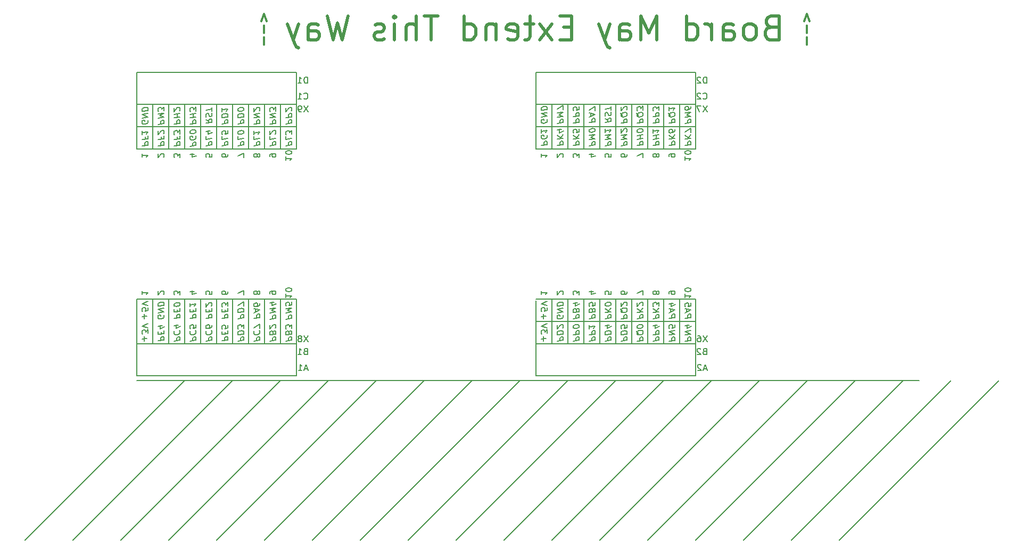
<source format=gbr>
G04 #@! TF.GenerationSoftware,KiCad,Pcbnew,(5.0.0)*
G04 #@! TF.CreationDate,2018-10-11T16:37:49-05:00*
G04 #@! TF.ProjectId,StandardBoard_FullTiva,5374616E64617264426F6172645F4675,rev?*
G04 #@! TF.SameCoordinates,Original*
G04 #@! TF.FileFunction,Legend,Bot*
G04 #@! TF.FilePolarity,Positive*
%FSLAX46Y46*%
G04 Gerber Fmt 4.6, Leading zero omitted, Abs format (unit mm)*
G04 Created by KiCad (PCBNEW (5.0.0)) date 10/11/18 16:37:49*
%MOMM*%
%LPD*%
G01*
G04 APERTURE LIST*
%ADD10C,0.200000*%
%ADD11C,0.150000*%
%ADD12C,0.148400*%
%ADD13C,0.300000*%
%ADD14C,0.508000*%
G04 APERTURE END LIST*
D10*
X91440000Y-119380000D02*
X215900000Y-119380000D01*
D11*
X91440000Y-113538000D02*
X116840000Y-113538000D01*
X91440000Y-118618000D02*
X91440000Y-113538000D01*
X116840000Y-118618000D02*
X91440000Y-118618000D01*
X116840000Y-113538000D02*
X116840000Y-118618000D01*
X118570285Y-117514666D02*
X118094095Y-117514666D01*
X118665523Y-117800380D02*
X118332190Y-116800380D01*
X117998857Y-117800380D01*
X117141714Y-117800380D02*
X117713142Y-117800380D01*
X117427428Y-117800380D02*
X117427428Y-116800380D01*
X117522666Y-116943238D01*
X117617904Y-117038476D01*
X117713142Y-117086095D01*
X118665523Y-112228380D02*
X117998857Y-113228380D01*
X117998857Y-112228380D02*
X118665523Y-113228380D01*
X117475047Y-112656952D02*
X117570285Y-112609333D01*
X117617904Y-112561714D01*
X117665523Y-112466476D01*
X117665523Y-112418857D01*
X117617904Y-112323619D01*
X117570285Y-112276000D01*
X117475047Y-112228380D01*
X117284571Y-112228380D01*
X117189333Y-112276000D01*
X117141714Y-112323619D01*
X117094095Y-112418857D01*
X117094095Y-112466476D01*
X117141714Y-112561714D01*
X117189333Y-112609333D01*
X117284571Y-112656952D01*
X117475047Y-112656952D01*
X117570285Y-112704571D01*
X117617904Y-112752190D01*
X117665523Y-112847428D01*
X117665523Y-113037904D01*
X117617904Y-113133142D01*
X117570285Y-113180761D01*
X117475047Y-113228380D01*
X117284571Y-113228380D01*
X117189333Y-113180761D01*
X117141714Y-113133142D01*
X117094095Y-113037904D01*
X117094095Y-112847428D01*
X117141714Y-112752190D01*
X117189333Y-112704571D01*
X117284571Y-112656952D01*
X118260761Y-114736571D02*
X118117904Y-114784190D01*
X118070285Y-114831809D01*
X118022666Y-114927047D01*
X118022666Y-115069904D01*
X118070285Y-115165142D01*
X118117904Y-115212761D01*
X118213142Y-115260380D01*
X118594095Y-115260380D01*
X118594095Y-114260380D01*
X118260761Y-114260380D01*
X118165523Y-114308000D01*
X118117904Y-114355619D01*
X118070285Y-114450857D01*
X118070285Y-114546095D01*
X118117904Y-114641333D01*
X118165523Y-114688952D01*
X118260761Y-114736571D01*
X118594095Y-114736571D01*
X117070285Y-115260380D02*
X117641714Y-115260380D01*
X117356000Y-115260380D02*
X117356000Y-114260380D01*
X117451238Y-114403238D01*
X117546476Y-114498476D01*
X117641714Y-114546095D01*
X181760761Y-114736571D02*
X181617904Y-114784190D01*
X181570285Y-114831809D01*
X181522666Y-114927047D01*
X181522666Y-115069904D01*
X181570285Y-115165142D01*
X181617904Y-115212761D01*
X181713142Y-115260380D01*
X182094095Y-115260380D01*
X182094095Y-114260380D01*
X181760761Y-114260380D01*
X181665523Y-114308000D01*
X181617904Y-114355619D01*
X181570285Y-114450857D01*
X181570285Y-114546095D01*
X181617904Y-114641333D01*
X181665523Y-114688952D01*
X181760761Y-114736571D01*
X182094095Y-114736571D01*
X181141714Y-114355619D02*
X181094095Y-114308000D01*
X180998857Y-114260380D01*
X180760761Y-114260380D01*
X180665523Y-114308000D01*
X180617904Y-114355619D01*
X180570285Y-114450857D01*
X180570285Y-114546095D01*
X180617904Y-114688952D01*
X181189333Y-115260380D01*
X180570285Y-115260380D01*
X182070285Y-117514666D02*
X181594095Y-117514666D01*
X182165523Y-117800380D02*
X181832190Y-116800380D01*
X181498857Y-117800380D01*
X181213142Y-116895619D02*
X181165523Y-116848000D01*
X181070285Y-116800380D01*
X180832190Y-116800380D01*
X180736952Y-116848000D01*
X180689333Y-116895619D01*
X180641714Y-116990857D01*
X180641714Y-117086095D01*
X180689333Y-117228952D01*
X181260761Y-117800380D01*
X180641714Y-117800380D01*
X182165523Y-112228380D02*
X181498857Y-113228380D01*
X181498857Y-112228380D02*
X182165523Y-113228380D01*
X180689333Y-112228380D02*
X180879809Y-112228380D01*
X180975047Y-112276000D01*
X181022666Y-112323619D01*
X181117904Y-112466476D01*
X181165523Y-112656952D01*
X181165523Y-113037904D01*
X181117904Y-113133142D01*
X181070285Y-113180761D01*
X180975047Y-113228380D01*
X180784571Y-113228380D01*
X180689333Y-113180761D01*
X180641714Y-113133142D01*
X180594095Y-113037904D01*
X180594095Y-112799809D01*
X180641714Y-112704571D01*
X180689333Y-112656952D01*
X180784571Y-112609333D01*
X180975047Y-112609333D01*
X181070285Y-112656952D01*
X181117904Y-112704571D01*
X181165523Y-112799809D01*
X182165523Y-75652380D02*
X181498857Y-76652380D01*
X181498857Y-75652380D02*
X182165523Y-76652380D01*
X181213142Y-75652380D02*
X180546476Y-75652380D01*
X180975047Y-76652380D01*
X181522666Y-74525142D02*
X181570285Y-74572761D01*
X181713142Y-74620380D01*
X181808380Y-74620380D01*
X181951238Y-74572761D01*
X182046476Y-74477523D01*
X182094095Y-74382285D01*
X182141714Y-74191809D01*
X182141714Y-74048952D01*
X182094095Y-73858476D01*
X182046476Y-73763238D01*
X181951238Y-73668000D01*
X181808380Y-73620380D01*
X181713142Y-73620380D01*
X181570285Y-73668000D01*
X181522666Y-73715619D01*
X181141714Y-73715619D02*
X181094095Y-73668000D01*
X180998857Y-73620380D01*
X180760761Y-73620380D01*
X180665523Y-73668000D01*
X180617904Y-73715619D01*
X180570285Y-73810857D01*
X180570285Y-73906095D01*
X180617904Y-74048952D01*
X181189333Y-74620380D01*
X180570285Y-74620380D01*
X182094095Y-72080380D02*
X182094095Y-71080380D01*
X181856000Y-71080380D01*
X181713142Y-71128000D01*
X181617904Y-71223238D01*
X181570285Y-71318476D01*
X181522666Y-71508952D01*
X181522666Y-71651809D01*
X181570285Y-71842285D01*
X181617904Y-71937523D01*
X181713142Y-72032761D01*
X181856000Y-72080380D01*
X182094095Y-72080380D01*
X181141714Y-71175619D02*
X181094095Y-71128000D01*
X180998857Y-71080380D01*
X180760761Y-71080380D01*
X180665523Y-71128000D01*
X180617904Y-71175619D01*
X180570285Y-71270857D01*
X180570285Y-71366095D01*
X180617904Y-71508952D01*
X181189333Y-72080380D01*
X180570285Y-72080380D01*
X118594095Y-72080380D02*
X118594095Y-71080380D01*
X118356000Y-71080380D01*
X118213142Y-71128000D01*
X118117904Y-71223238D01*
X118070285Y-71318476D01*
X118022666Y-71508952D01*
X118022666Y-71651809D01*
X118070285Y-71842285D01*
X118117904Y-71937523D01*
X118213142Y-72032761D01*
X118356000Y-72080380D01*
X118594095Y-72080380D01*
X117070285Y-72080380D02*
X117641714Y-72080380D01*
X117356000Y-72080380D02*
X117356000Y-71080380D01*
X117451238Y-71223238D01*
X117546476Y-71318476D01*
X117641714Y-71366095D01*
X118022666Y-74525142D02*
X118070285Y-74572761D01*
X118213142Y-74620380D01*
X118308380Y-74620380D01*
X118451238Y-74572761D01*
X118546476Y-74477523D01*
X118594095Y-74382285D01*
X118641714Y-74191809D01*
X118641714Y-74048952D01*
X118594095Y-73858476D01*
X118546476Y-73763238D01*
X118451238Y-73668000D01*
X118308380Y-73620380D01*
X118213142Y-73620380D01*
X118070285Y-73668000D01*
X118022666Y-73715619D01*
X117070285Y-74620380D02*
X117641714Y-74620380D01*
X117356000Y-74620380D02*
X117356000Y-73620380D01*
X117451238Y-73763238D01*
X117546476Y-73858476D01*
X117641714Y-73906095D01*
X118665523Y-75652380D02*
X117998857Y-76652380D01*
X117998857Y-75652380D02*
X118665523Y-76652380D01*
X117570285Y-76652380D02*
X117379809Y-76652380D01*
X117284571Y-76604761D01*
X117236952Y-76557142D01*
X117141714Y-76414285D01*
X117094095Y-76223809D01*
X117094095Y-75842857D01*
X117141714Y-75747619D01*
X117189333Y-75700000D01*
X117284571Y-75652380D01*
X117475047Y-75652380D01*
X117570285Y-75700000D01*
X117617904Y-75747619D01*
X117665523Y-75842857D01*
X117665523Y-76080952D01*
X117617904Y-76176190D01*
X117570285Y-76223809D01*
X117475047Y-76271428D01*
X117284571Y-76271428D01*
X117189333Y-76223809D01*
X117141714Y-76176190D01*
X117094095Y-76080952D01*
X116840000Y-70358000D02*
X116840000Y-75438000D01*
X91440000Y-70358000D02*
X116840000Y-70358000D01*
X91440000Y-75438000D02*
X91440000Y-70358000D01*
X116840000Y-75438000D02*
X91440000Y-75438000D01*
X91440000Y-82550000D02*
X91440000Y-75438000D01*
X93980000Y-82550000D02*
X93980000Y-75438000D01*
X96520000Y-82550000D02*
X96520000Y-75438000D01*
X99060000Y-82550000D02*
X99060000Y-75438000D01*
X101600000Y-82550000D02*
X101600000Y-75438000D01*
X104140000Y-82550000D02*
X104140000Y-75438000D01*
X106680000Y-82550000D02*
X106680000Y-75438000D01*
X109220000Y-82550000D02*
X109220000Y-75438000D01*
X111760000Y-82550000D02*
X111760000Y-75438000D01*
X114300000Y-82550000D02*
X114300000Y-75438000D01*
X116840000Y-82550000D02*
X116840000Y-75438000D01*
X116840000Y-82550000D02*
X91440000Y-82550000D01*
X91440000Y-78994000D02*
X116840000Y-78994000D01*
D12*
X110037619Y-78577759D02*
X111037619Y-78452759D01*
X111037619Y-78071807D01*
X110990000Y-77982521D01*
X110942380Y-77940855D01*
X110847142Y-77905140D01*
X110704285Y-77922997D01*
X110609047Y-77982521D01*
X110561428Y-78036093D01*
X110513809Y-78137283D01*
X110513809Y-78518236D01*
X110037619Y-77577759D02*
X111037619Y-77452759D01*
X110037619Y-77006331D01*
X111037619Y-76881331D01*
X110942380Y-76464664D02*
X110990000Y-76411093D01*
X111037619Y-76309902D01*
X111037619Y-76071807D01*
X110990000Y-75982521D01*
X110942380Y-75940855D01*
X110847142Y-75905140D01*
X110751904Y-75917045D01*
X110609047Y-75982521D01*
X110037619Y-76625378D01*
X110037619Y-76006331D01*
X115117619Y-78553950D02*
X116117619Y-78428950D01*
X116117619Y-78047997D01*
X116070000Y-77958712D01*
X116022380Y-77917045D01*
X115927142Y-77881331D01*
X115784285Y-77899188D01*
X115689047Y-77958712D01*
X115641428Y-78012283D01*
X115593809Y-78113474D01*
X115593809Y-78494426D01*
X115117619Y-77553950D02*
X116117619Y-77428950D01*
X116117619Y-77047997D01*
X116070000Y-76958712D01*
X116022380Y-76917045D01*
X115927142Y-76881331D01*
X115784285Y-76899188D01*
X115689047Y-76958712D01*
X115641428Y-77012283D01*
X115593809Y-77113474D01*
X115593809Y-77494426D01*
X116022380Y-76488474D02*
X116070000Y-76434902D01*
X116117619Y-76333712D01*
X116117619Y-76095617D01*
X116070000Y-76006331D01*
X116022380Y-75964664D01*
X115927142Y-75928950D01*
X115831904Y-75940855D01*
X115689047Y-76006331D01*
X115117619Y-76649188D01*
X115117619Y-76030140D01*
D11*
X100544285Y-83375523D02*
X99877619Y-83375523D01*
X100925238Y-83613619D02*
X100210952Y-83851714D01*
X100210952Y-83232666D01*
D12*
X99877619Y-78577759D02*
X100877619Y-78452759D01*
X100877619Y-78071807D01*
X100830000Y-77982521D01*
X100782380Y-77940855D01*
X100687142Y-77905140D01*
X100544285Y-77922997D01*
X100449047Y-77982521D01*
X100401428Y-78036093D01*
X100353809Y-78137283D01*
X100353809Y-78518236D01*
X99877619Y-77577759D02*
X100877619Y-77452759D01*
X100401428Y-77512283D02*
X100401428Y-76940855D01*
X99877619Y-77006331D02*
X100877619Y-76881331D01*
X100877619Y-76500378D02*
X100877619Y-75881331D01*
X100496666Y-76262283D01*
X100496666Y-76119426D01*
X100449047Y-76030140D01*
X100401428Y-75988474D01*
X100306190Y-75952759D01*
X100068095Y-75982521D01*
X99972857Y-76042045D01*
X99925238Y-76095617D01*
X99877619Y-76196807D01*
X99877619Y-76482521D01*
X99925238Y-76571807D01*
X99972857Y-76613474D01*
X102417619Y-77863474D02*
X102893809Y-78137283D01*
X102417619Y-78434902D02*
X103417619Y-78309902D01*
X103417619Y-77928950D01*
X103370000Y-77839664D01*
X103322380Y-77797997D01*
X103227142Y-77762283D01*
X103084285Y-77780140D01*
X102989047Y-77839664D01*
X102941428Y-77893236D01*
X102893809Y-77994426D01*
X102893809Y-78375378D01*
X102465238Y-77476569D02*
X102417619Y-77339664D01*
X102417619Y-77101569D01*
X102465238Y-77000378D01*
X102512857Y-76946807D01*
X102608095Y-76887283D01*
X102703333Y-76875378D01*
X102798571Y-76911093D01*
X102846190Y-76952759D01*
X102893809Y-77042045D01*
X102941428Y-77226569D01*
X102989047Y-77315855D01*
X103036666Y-77357521D01*
X103131904Y-77393236D01*
X103227142Y-77381331D01*
X103322380Y-77321807D01*
X103370000Y-77268236D01*
X103417619Y-77167045D01*
X103417619Y-76928950D01*
X103370000Y-76792045D01*
X103417619Y-76500378D02*
X103417619Y-75928950D01*
X102417619Y-76339664D02*
X103417619Y-76214664D01*
X107497619Y-82014712D02*
X108497619Y-81889712D01*
X108497619Y-81508759D01*
X108450000Y-81419474D01*
X108402380Y-81377807D01*
X108307142Y-81342093D01*
X108164285Y-81359950D01*
X108069047Y-81419474D01*
X108021428Y-81473045D01*
X107973809Y-81574236D01*
X107973809Y-81955188D01*
X107497619Y-80538521D02*
X107497619Y-81014712D01*
X108497619Y-80889712D01*
X108497619Y-79889712D02*
X108497619Y-79794474D01*
X108450000Y-79705188D01*
X108402380Y-79663521D01*
X108307142Y-79627807D01*
X108116666Y-79603997D01*
X107878571Y-79633759D01*
X107688095Y-79705188D01*
X107592857Y-79764712D01*
X107545238Y-79818283D01*
X107497619Y-79919474D01*
X107497619Y-80014712D01*
X107545238Y-80103997D01*
X107592857Y-80145664D01*
X107688095Y-80181378D01*
X107878571Y-80205188D01*
X108116666Y-80175426D01*
X108307142Y-80103997D01*
X108402380Y-80044474D01*
X108450000Y-79990902D01*
X108497619Y-79889712D01*
X97337619Y-82038521D02*
X98337619Y-81913521D01*
X98337619Y-81532569D01*
X98290000Y-81443283D01*
X98242380Y-81401617D01*
X98147142Y-81365902D01*
X98004285Y-81383759D01*
X97909047Y-81443283D01*
X97861428Y-81496855D01*
X97813809Y-81598045D01*
X97813809Y-81978997D01*
X97861428Y-80639712D02*
X97861428Y-80973045D01*
X97337619Y-81038521D02*
X98337619Y-80913521D01*
X98337619Y-80437331D01*
X98337619Y-80151617D02*
X98337619Y-79532569D01*
X97956666Y-79913521D01*
X97956666Y-79770664D01*
X97909047Y-79681378D01*
X97861428Y-79639712D01*
X97766190Y-79603997D01*
X97528095Y-79633759D01*
X97432857Y-79693283D01*
X97385238Y-79746855D01*
X97337619Y-79848045D01*
X97337619Y-80133759D01*
X97385238Y-80223045D01*
X97432857Y-80264712D01*
D11*
X112577619Y-83756476D02*
X112577619Y-83566000D01*
X112625238Y-83470761D01*
X112672857Y-83423142D01*
X112815714Y-83327904D01*
X113006190Y-83280285D01*
X113387142Y-83280285D01*
X113482380Y-83327904D01*
X113530000Y-83375523D01*
X113577619Y-83470761D01*
X113577619Y-83661238D01*
X113530000Y-83756476D01*
X113482380Y-83804095D01*
X113387142Y-83851714D01*
X113149047Y-83851714D01*
X113053809Y-83804095D01*
X113006190Y-83756476D01*
X112958571Y-83661238D01*
X112958571Y-83470761D01*
X113006190Y-83375523D01*
X113053809Y-83327904D01*
X113149047Y-83280285D01*
D12*
X104957619Y-82014712D02*
X105957619Y-81889712D01*
X105957619Y-81508759D01*
X105910000Y-81419474D01*
X105862380Y-81377807D01*
X105767142Y-81342093D01*
X105624285Y-81359950D01*
X105529047Y-81419474D01*
X105481428Y-81473045D01*
X105433809Y-81574236D01*
X105433809Y-81955188D01*
X104957619Y-80538521D02*
X104957619Y-81014712D01*
X105957619Y-80889712D01*
X105957619Y-79603997D02*
X105957619Y-80080188D01*
X105481428Y-80187331D01*
X105529047Y-80133759D01*
X105576666Y-80032569D01*
X105576666Y-79794474D01*
X105529047Y-79705188D01*
X105481428Y-79663521D01*
X105386190Y-79627807D01*
X105148095Y-79657569D01*
X105052857Y-79717093D01*
X105005238Y-79770664D01*
X104957619Y-79871855D01*
X104957619Y-80109950D01*
X105005238Y-80199236D01*
X105052857Y-80240902D01*
X102417619Y-82014712D02*
X103417619Y-81889712D01*
X103417619Y-81508759D01*
X103370000Y-81419474D01*
X103322380Y-81377807D01*
X103227142Y-81342093D01*
X103084285Y-81359950D01*
X102989047Y-81419474D01*
X102941428Y-81473045D01*
X102893809Y-81574236D01*
X102893809Y-81955188D01*
X102417619Y-80538521D02*
X102417619Y-81014712D01*
X103417619Y-80889712D01*
X103084285Y-79693283D02*
X102417619Y-79776617D01*
X103465238Y-79883759D02*
X102750952Y-80211140D01*
X102750952Y-79592093D01*
D11*
X108497619Y-83899333D02*
X108497619Y-83232666D01*
X107497619Y-83661238D01*
D12*
X94797619Y-78625378D02*
X95797619Y-78500378D01*
X95797619Y-78119426D01*
X95750000Y-78030140D01*
X95702380Y-77988474D01*
X95607142Y-77952759D01*
X95464285Y-77970617D01*
X95369047Y-78030140D01*
X95321428Y-78083712D01*
X95273809Y-78184902D01*
X95273809Y-78565855D01*
X94797619Y-77625378D02*
X95797619Y-77500378D01*
X95083333Y-77256331D01*
X95797619Y-76833712D01*
X94797619Y-76958712D01*
X95797619Y-76452759D02*
X95797619Y-75833712D01*
X95416666Y-76214664D01*
X95416666Y-76071807D01*
X95369047Y-75982521D01*
X95321428Y-75940855D01*
X95226190Y-75905140D01*
X94988095Y-75934902D01*
X94892857Y-75994426D01*
X94845238Y-76047997D01*
X94797619Y-76149188D01*
X94797619Y-76434902D01*
X94845238Y-76524188D01*
X94892857Y-76565855D01*
X107497619Y-78553950D02*
X108497619Y-78428950D01*
X108497619Y-78047997D01*
X108450000Y-77958712D01*
X108402380Y-77917045D01*
X108307142Y-77881331D01*
X108164285Y-77899188D01*
X108069047Y-77958712D01*
X108021428Y-78012283D01*
X107973809Y-78113474D01*
X107973809Y-78494426D01*
X107497619Y-77553950D02*
X108497619Y-77428950D01*
X108497619Y-77190855D01*
X108450000Y-77053950D01*
X108354761Y-76970617D01*
X108259523Y-76934902D01*
X108069047Y-76911093D01*
X107926190Y-76928950D01*
X107735714Y-77000378D01*
X107640476Y-77059902D01*
X107545238Y-77167045D01*
X107497619Y-77315855D01*
X107497619Y-77553950D01*
X108497619Y-76238474D02*
X108497619Y-76143236D01*
X108450000Y-76053950D01*
X108402380Y-76012283D01*
X108307142Y-75976569D01*
X108116666Y-75952759D01*
X107878571Y-75982521D01*
X107688095Y-76053950D01*
X107592857Y-76113474D01*
X107545238Y-76167045D01*
X107497619Y-76268236D01*
X107497619Y-76363474D01*
X107545238Y-76452759D01*
X107592857Y-76494426D01*
X107688095Y-76530140D01*
X107878571Y-76553950D01*
X108116666Y-76524188D01*
X108307142Y-76452759D01*
X108402380Y-76393236D01*
X108450000Y-76339664D01*
X108497619Y-76238474D01*
X104957619Y-78553950D02*
X105957619Y-78428950D01*
X105957619Y-78047997D01*
X105910000Y-77958712D01*
X105862380Y-77917045D01*
X105767142Y-77881331D01*
X105624285Y-77899188D01*
X105529047Y-77958712D01*
X105481428Y-78012283D01*
X105433809Y-78113474D01*
X105433809Y-78494426D01*
X104957619Y-77553950D02*
X105957619Y-77428950D01*
X105957619Y-77190855D01*
X105910000Y-77053950D01*
X105814761Y-76970617D01*
X105719523Y-76934902D01*
X105529047Y-76911093D01*
X105386190Y-76928950D01*
X105195714Y-77000378D01*
X105100476Y-77059902D01*
X105005238Y-77167045D01*
X104957619Y-77315855D01*
X104957619Y-77553950D01*
X104957619Y-76030140D02*
X104957619Y-76601569D01*
X104957619Y-76315855D02*
X105957619Y-76190855D01*
X105814761Y-76303950D01*
X105719523Y-76411093D01*
X105671904Y-76512283D01*
D11*
X103417619Y-83327904D02*
X103417619Y-83804095D01*
X102941428Y-83851714D01*
X102989047Y-83804095D01*
X103036666Y-83708857D01*
X103036666Y-83470761D01*
X102989047Y-83375523D01*
X102941428Y-83327904D01*
X102846190Y-83280285D01*
X102608095Y-83280285D01*
X102512857Y-83327904D01*
X102465238Y-83375523D01*
X102417619Y-83470761D01*
X102417619Y-83708857D01*
X102465238Y-83804095D01*
X102512857Y-83851714D01*
X95702380Y-83851714D02*
X95750000Y-83804095D01*
X95797619Y-83708857D01*
X95797619Y-83470761D01*
X95750000Y-83375523D01*
X95702380Y-83327904D01*
X95607142Y-83280285D01*
X95511904Y-83280285D01*
X95369047Y-83327904D01*
X94797619Y-83899333D01*
X94797619Y-83280285D01*
X105957619Y-83375523D02*
X105957619Y-83566000D01*
X105910000Y-83661238D01*
X105862380Y-83708857D01*
X105719523Y-83804095D01*
X105529047Y-83851714D01*
X105148095Y-83851714D01*
X105052857Y-83804095D01*
X105005238Y-83756476D01*
X104957619Y-83661238D01*
X104957619Y-83470761D01*
X105005238Y-83375523D01*
X105052857Y-83327904D01*
X105148095Y-83280285D01*
X105386190Y-83280285D01*
X105481428Y-83327904D01*
X105529047Y-83375523D01*
X105576666Y-83470761D01*
X105576666Y-83661238D01*
X105529047Y-83756476D01*
X105481428Y-83804095D01*
X105386190Y-83851714D01*
D12*
X112577619Y-82014712D02*
X113577619Y-81889712D01*
X113577619Y-81508759D01*
X113530000Y-81419474D01*
X113482380Y-81377807D01*
X113387142Y-81342093D01*
X113244285Y-81359950D01*
X113149047Y-81419474D01*
X113101428Y-81473045D01*
X113053809Y-81574236D01*
X113053809Y-81955188D01*
X112577619Y-80538521D02*
X112577619Y-81014712D01*
X113577619Y-80889712D01*
X113482380Y-80139712D02*
X113530000Y-80086140D01*
X113577619Y-79984950D01*
X113577619Y-79746855D01*
X113530000Y-79657569D01*
X113482380Y-79615902D01*
X113387142Y-79580188D01*
X113291904Y-79592093D01*
X113149047Y-79657569D01*
X112577619Y-80300426D01*
X112577619Y-79681378D01*
X110037619Y-82014712D02*
X111037619Y-81889712D01*
X111037619Y-81508759D01*
X110990000Y-81419474D01*
X110942380Y-81377807D01*
X110847142Y-81342093D01*
X110704285Y-81359950D01*
X110609047Y-81419474D01*
X110561428Y-81473045D01*
X110513809Y-81574236D01*
X110513809Y-81955188D01*
X110037619Y-80538521D02*
X110037619Y-81014712D01*
X111037619Y-80889712D01*
X110037619Y-79681378D02*
X110037619Y-80252807D01*
X110037619Y-79967093D02*
X111037619Y-79842093D01*
X110894761Y-79955188D01*
X110799523Y-80062331D01*
X110751904Y-80163521D01*
X93210000Y-77958712D02*
X93257619Y-78047997D01*
X93257619Y-78190855D01*
X93210000Y-78339664D01*
X93114761Y-78446807D01*
X93019523Y-78506331D01*
X92829047Y-78577759D01*
X92686190Y-78595617D01*
X92495714Y-78571807D01*
X92400476Y-78536093D01*
X92305238Y-78452759D01*
X92257619Y-78315855D01*
X92257619Y-78220617D01*
X92305238Y-78071807D01*
X92352857Y-78018236D01*
X92686190Y-77976569D01*
X92686190Y-78167045D01*
X92257619Y-77601569D02*
X93257619Y-77476569D01*
X92257619Y-77030140D01*
X93257619Y-76905140D01*
X92257619Y-76553950D02*
X93257619Y-76428950D01*
X93257619Y-76190855D01*
X93210000Y-76053950D01*
X93114761Y-75970617D01*
X93019523Y-75934902D01*
X92829047Y-75911093D01*
X92686190Y-75928950D01*
X92495714Y-76000378D01*
X92400476Y-76059902D01*
X92305238Y-76167045D01*
X92257619Y-76315855D01*
X92257619Y-76553950D01*
X97337619Y-78577759D02*
X98337619Y-78452759D01*
X98337619Y-78071807D01*
X98290000Y-77982521D01*
X98242380Y-77940855D01*
X98147142Y-77905140D01*
X98004285Y-77922997D01*
X97909047Y-77982521D01*
X97861428Y-78036093D01*
X97813809Y-78137283D01*
X97813809Y-78518236D01*
X97337619Y-77577759D02*
X98337619Y-77452759D01*
X97861428Y-77512283D02*
X97861428Y-76940855D01*
X97337619Y-77006331D02*
X98337619Y-76881331D01*
X98242380Y-76464664D02*
X98290000Y-76411093D01*
X98337619Y-76309902D01*
X98337619Y-76071807D01*
X98290000Y-75982521D01*
X98242380Y-75940855D01*
X98147142Y-75905140D01*
X98051904Y-75917045D01*
X97909047Y-75982521D01*
X97337619Y-76625378D01*
X97337619Y-76006331D01*
X94797619Y-82038521D02*
X95797619Y-81913521D01*
X95797619Y-81532569D01*
X95750000Y-81443283D01*
X95702380Y-81401617D01*
X95607142Y-81365902D01*
X95464285Y-81383759D01*
X95369047Y-81443283D01*
X95321428Y-81496855D01*
X95273809Y-81598045D01*
X95273809Y-81978997D01*
X95321428Y-80639712D02*
X95321428Y-80973045D01*
X94797619Y-81038521D02*
X95797619Y-80913521D01*
X95797619Y-80437331D01*
X95702380Y-80115902D02*
X95750000Y-80062331D01*
X95797619Y-79961140D01*
X95797619Y-79723045D01*
X95750000Y-79633759D01*
X95702380Y-79592093D01*
X95607142Y-79556378D01*
X95511904Y-79568283D01*
X95369047Y-79633759D01*
X94797619Y-80276617D01*
X94797619Y-79657569D01*
X92257619Y-82038521D02*
X93257619Y-81913521D01*
X93257619Y-81532569D01*
X93210000Y-81443283D01*
X93162380Y-81401617D01*
X93067142Y-81365902D01*
X92924285Y-81383759D01*
X92829047Y-81443283D01*
X92781428Y-81496855D01*
X92733809Y-81598045D01*
X92733809Y-81978997D01*
X92781428Y-80639712D02*
X92781428Y-80973045D01*
X92257619Y-81038521D02*
X93257619Y-80913521D01*
X93257619Y-80437331D01*
X92257619Y-79657569D02*
X92257619Y-80228997D01*
X92257619Y-79943283D02*
X93257619Y-79818283D01*
X93114761Y-79931378D01*
X93019523Y-80038521D01*
X92971904Y-80139712D01*
D11*
X110609047Y-83661238D02*
X110656666Y-83756476D01*
X110704285Y-83804095D01*
X110799523Y-83851714D01*
X110847142Y-83851714D01*
X110942380Y-83804095D01*
X110990000Y-83756476D01*
X111037619Y-83661238D01*
X111037619Y-83470761D01*
X110990000Y-83375523D01*
X110942380Y-83327904D01*
X110847142Y-83280285D01*
X110799523Y-83280285D01*
X110704285Y-83327904D01*
X110656666Y-83375523D01*
X110609047Y-83470761D01*
X110609047Y-83661238D01*
X110561428Y-83756476D01*
X110513809Y-83804095D01*
X110418571Y-83851714D01*
X110228095Y-83851714D01*
X110132857Y-83804095D01*
X110085238Y-83756476D01*
X110037619Y-83661238D01*
X110037619Y-83470761D01*
X110085238Y-83375523D01*
X110132857Y-83327904D01*
X110228095Y-83280285D01*
X110418571Y-83280285D01*
X110513809Y-83327904D01*
X110561428Y-83375523D01*
X110609047Y-83470761D01*
X98337619Y-83899333D02*
X98337619Y-83280285D01*
X97956666Y-83613619D01*
X97956666Y-83470761D01*
X97909047Y-83375523D01*
X97861428Y-83327904D01*
X97766190Y-83280285D01*
X97528095Y-83280285D01*
X97432857Y-83327904D01*
X97385238Y-83375523D01*
X97337619Y-83470761D01*
X97337619Y-83756476D01*
X97385238Y-83851714D01*
X97432857Y-83899333D01*
D12*
X115117619Y-82014712D02*
X116117619Y-81889712D01*
X116117619Y-81508759D01*
X116070000Y-81419474D01*
X116022380Y-81377807D01*
X115927142Y-81342093D01*
X115784285Y-81359950D01*
X115689047Y-81419474D01*
X115641428Y-81473045D01*
X115593809Y-81574236D01*
X115593809Y-81955188D01*
X115117619Y-80538521D02*
X115117619Y-81014712D01*
X116117619Y-80889712D01*
X116117619Y-80175426D02*
X116117619Y-79556378D01*
X115736666Y-79937331D01*
X115736666Y-79794474D01*
X115689047Y-79705188D01*
X115641428Y-79663521D01*
X115546190Y-79627807D01*
X115308095Y-79657569D01*
X115212857Y-79717093D01*
X115165238Y-79770664D01*
X115117619Y-79871855D01*
X115117619Y-80157569D01*
X115165238Y-80246855D01*
X115212857Y-80288521D01*
D11*
X92257619Y-83280285D02*
X92257619Y-83851714D01*
X92257619Y-83566000D02*
X93257619Y-83566000D01*
X93114761Y-83661238D01*
X93019523Y-83756476D01*
X92971904Y-83851714D01*
D12*
X112577619Y-78577759D02*
X113577619Y-78452759D01*
X113577619Y-78071807D01*
X113530000Y-77982521D01*
X113482380Y-77940855D01*
X113387142Y-77905140D01*
X113244285Y-77922997D01*
X113149047Y-77982521D01*
X113101428Y-78036093D01*
X113053809Y-78137283D01*
X113053809Y-78518236D01*
X112577619Y-77577759D02*
X113577619Y-77452759D01*
X112577619Y-77006331D01*
X113577619Y-76881331D01*
X113577619Y-76500378D02*
X113577619Y-75881331D01*
X113196666Y-76262283D01*
X113196666Y-76119426D01*
X113149047Y-76030140D01*
X113101428Y-75988474D01*
X113006190Y-75952759D01*
X112768095Y-75982521D01*
X112672857Y-76042045D01*
X112625238Y-76095617D01*
X112577619Y-76196807D01*
X112577619Y-76482521D01*
X112625238Y-76571807D01*
X112672857Y-76613474D01*
D11*
X115117619Y-83756476D02*
X115117619Y-84327904D01*
X115117619Y-84042190D02*
X116117619Y-84042190D01*
X115974761Y-84137428D01*
X115879523Y-84232666D01*
X115831904Y-84327904D01*
X116117619Y-83137428D02*
X116117619Y-83042190D01*
X116070000Y-82946952D01*
X116022380Y-82899333D01*
X115927142Y-82851714D01*
X115736666Y-82804095D01*
X115498571Y-82804095D01*
X115308095Y-82851714D01*
X115212857Y-82899333D01*
X115165238Y-82946952D01*
X115117619Y-83042190D01*
X115117619Y-83137428D01*
X115165238Y-83232666D01*
X115212857Y-83280285D01*
X115308095Y-83327904D01*
X115498571Y-83375523D01*
X115736666Y-83375523D01*
X115927142Y-83327904D01*
X116022380Y-83280285D01*
X116070000Y-83232666D01*
X116117619Y-83137428D01*
D12*
X99877619Y-82109950D02*
X100877619Y-81984950D01*
X100877619Y-81603997D01*
X100830000Y-81514712D01*
X100782380Y-81473045D01*
X100687142Y-81437331D01*
X100544285Y-81455188D01*
X100449047Y-81514712D01*
X100401428Y-81568283D01*
X100353809Y-81669474D01*
X100353809Y-82050426D01*
X100830000Y-80467093D02*
X100877619Y-80556378D01*
X100877619Y-80699236D01*
X100830000Y-80848045D01*
X100734761Y-80955188D01*
X100639523Y-81014712D01*
X100449047Y-81086140D01*
X100306190Y-81103997D01*
X100115714Y-81080188D01*
X100020476Y-81044474D01*
X99925238Y-80961140D01*
X99877619Y-80824236D01*
X99877619Y-80728997D01*
X99925238Y-80580188D01*
X99972857Y-80526617D01*
X100306190Y-80484950D01*
X100306190Y-80675426D01*
X100877619Y-79794474D02*
X100877619Y-79699236D01*
X100830000Y-79609950D01*
X100782380Y-79568283D01*
X100687142Y-79532569D01*
X100496666Y-79508759D01*
X100258571Y-79538521D01*
X100068095Y-79609950D01*
X99972857Y-79669474D01*
X99925238Y-79723045D01*
X99877619Y-79824236D01*
X99877619Y-79919474D01*
X99925238Y-80008759D01*
X99972857Y-80050426D01*
X100068095Y-80086140D01*
X100258571Y-80109950D01*
X100496666Y-80080188D01*
X100687142Y-80008759D01*
X100782380Y-79949236D01*
X100830000Y-79895664D01*
X100877619Y-79794474D01*
D11*
X91440000Y-113538000D02*
X91440000Y-106426000D01*
X93980000Y-113538000D02*
X93980000Y-106426000D01*
X96520000Y-113538000D02*
X96520000Y-106426000D01*
X99060000Y-113538000D02*
X99060000Y-106426000D01*
X101600000Y-113538000D02*
X101600000Y-106426000D01*
X104140000Y-113538000D02*
X104140000Y-106426000D01*
X106680000Y-113538000D02*
X106680000Y-106426000D01*
X109220000Y-113538000D02*
X109220000Y-106426000D01*
X111760000Y-113538000D02*
X111760000Y-106426000D01*
X114300000Y-113538000D02*
X114300000Y-106426000D01*
D12*
X97337619Y-113097950D02*
X98337619Y-112972950D01*
X98337619Y-112591997D01*
X98290000Y-112502712D01*
X98242380Y-112461045D01*
X98147142Y-112425331D01*
X98004285Y-112443188D01*
X97909047Y-112502712D01*
X97861428Y-112556283D01*
X97813809Y-112657474D01*
X97813809Y-113038426D01*
X97432857Y-111514617D02*
X97385238Y-111568188D01*
X97337619Y-111716997D01*
X97337619Y-111812236D01*
X97385238Y-111949140D01*
X97480476Y-112032474D01*
X97575714Y-112068188D01*
X97766190Y-112091997D01*
X97909047Y-112074140D01*
X98099523Y-112002712D01*
X98194761Y-111943188D01*
X98290000Y-111836045D01*
X98337619Y-111687236D01*
X98337619Y-111591997D01*
X98290000Y-111455093D01*
X98242380Y-111413426D01*
X98004285Y-110586045D02*
X97337619Y-110669378D01*
X98385238Y-110776521D02*
X97670952Y-111103902D01*
X97670952Y-110484855D01*
X94797619Y-113050331D02*
X95797619Y-112925331D01*
X95797619Y-112544378D01*
X95750000Y-112455093D01*
X95702380Y-112413426D01*
X95607142Y-112377712D01*
X95464285Y-112395569D01*
X95369047Y-112455093D01*
X95321428Y-112508664D01*
X95273809Y-112609855D01*
X95273809Y-112990807D01*
X95321428Y-111984855D02*
X95321428Y-111651521D01*
X94797619Y-111574140D02*
X94797619Y-112050331D01*
X95797619Y-111925331D01*
X95797619Y-111449140D01*
X95464285Y-110633664D02*
X94797619Y-110716997D01*
X95845238Y-110824140D02*
X95130952Y-111151521D01*
X95130952Y-110532474D01*
X115117619Y-109613378D02*
X116117619Y-109488378D01*
X116117619Y-109107426D01*
X116070000Y-109018140D01*
X116022380Y-108976474D01*
X115927142Y-108940759D01*
X115784285Y-108958617D01*
X115689047Y-109018140D01*
X115641428Y-109071712D01*
X115593809Y-109172902D01*
X115593809Y-109553855D01*
X115117619Y-108613378D02*
X116117619Y-108488378D01*
X115403333Y-108244331D01*
X116117619Y-107821712D01*
X115117619Y-107946712D01*
X116117619Y-106869331D02*
X116117619Y-107345521D01*
X115641428Y-107452664D01*
X115689047Y-107399093D01*
X115736666Y-107297902D01*
X115736666Y-107059807D01*
X115689047Y-106970521D01*
X115641428Y-106928855D01*
X115546190Y-106893140D01*
X115308095Y-106922902D01*
X115212857Y-106982426D01*
X115165238Y-107035997D01*
X115117619Y-107137188D01*
X115117619Y-107375283D01*
X115165238Y-107464569D01*
X115212857Y-107506236D01*
X95750000Y-108946712D02*
X95797619Y-109035997D01*
X95797619Y-109178855D01*
X95750000Y-109327664D01*
X95654761Y-109434807D01*
X95559523Y-109494331D01*
X95369047Y-109565759D01*
X95226190Y-109583617D01*
X95035714Y-109559807D01*
X94940476Y-109524093D01*
X94845238Y-109440759D01*
X94797619Y-109303855D01*
X94797619Y-109208617D01*
X94845238Y-109059807D01*
X94892857Y-109006236D01*
X95226190Y-108964569D01*
X95226190Y-109155045D01*
X94797619Y-108589569D02*
X95797619Y-108464569D01*
X94797619Y-108018140D01*
X95797619Y-107893140D01*
X94797619Y-107541950D02*
X95797619Y-107416950D01*
X95797619Y-107178855D01*
X95750000Y-107041950D01*
X95654761Y-106958617D01*
X95559523Y-106922902D01*
X95369047Y-106899093D01*
X95226190Y-106916950D01*
X95035714Y-106988378D01*
X94940476Y-107047902D01*
X94845238Y-107155045D01*
X94797619Y-107303855D01*
X94797619Y-107541950D01*
X104957619Y-113050331D02*
X105957619Y-112925331D01*
X105957619Y-112544378D01*
X105910000Y-112455093D01*
X105862380Y-112413426D01*
X105767142Y-112377712D01*
X105624285Y-112395569D01*
X105529047Y-112455093D01*
X105481428Y-112508664D01*
X105433809Y-112609855D01*
X105433809Y-112990807D01*
X105481428Y-111984855D02*
X105481428Y-111651521D01*
X104957619Y-111574140D02*
X104957619Y-112050331D01*
X105957619Y-111925331D01*
X105957619Y-111449140D01*
X105957619Y-110544378D02*
X105957619Y-111020569D01*
X105481428Y-111127712D01*
X105529047Y-111074140D01*
X105576666Y-110972950D01*
X105576666Y-110734855D01*
X105529047Y-110645569D01*
X105481428Y-110603902D01*
X105386190Y-110568188D01*
X105148095Y-110597950D01*
X105052857Y-110657474D01*
X105005238Y-110711045D01*
X104957619Y-110812236D01*
X104957619Y-111050331D01*
X105005238Y-111139617D01*
X105052857Y-111181283D01*
X104957619Y-109494331D02*
X105957619Y-109369331D01*
X105957619Y-108988378D01*
X105910000Y-108899093D01*
X105862380Y-108857426D01*
X105767142Y-108821712D01*
X105624285Y-108839569D01*
X105529047Y-108899093D01*
X105481428Y-108952664D01*
X105433809Y-109053855D01*
X105433809Y-109434807D01*
X105481428Y-108428855D02*
X105481428Y-108095521D01*
X104957619Y-108018140D02*
X104957619Y-108494331D01*
X105957619Y-108369331D01*
X105957619Y-107893140D01*
X105957619Y-107559807D02*
X105957619Y-106940759D01*
X105576666Y-107321712D01*
X105576666Y-107178855D01*
X105529047Y-107089569D01*
X105481428Y-107047902D01*
X105386190Y-107012188D01*
X105148095Y-107041950D01*
X105052857Y-107101474D01*
X105005238Y-107155045D01*
X104957619Y-107256236D01*
X104957619Y-107541950D01*
X105005238Y-107631236D01*
X105052857Y-107672902D01*
D11*
X103417619Y-105171904D02*
X103417619Y-105648095D01*
X102941428Y-105695714D01*
X102989047Y-105648095D01*
X103036666Y-105552857D01*
X103036666Y-105314761D01*
X102989047Y-105219523D01*
X102941428Y-105171904D01*
X102846190Y-105124285D01*
X102608095Y-105124285D01*
X102512857Y-105171904D01*
X102465238Y-105219523D01*
X102417619Y-105314761D01*
X102417619Y-105552857D01*
X102465238Y-105648095D01*
X102512857Y-105695714D01*
X98337619Y-105743333D02*
X98337619Y-105124285D01*
X97956666Y-105457619D01*
X97956666Y-105314761D01*
X97909047Y-105219523D01*
X97861428Y-105171904D01*
X97766190Y-105124285D01*
X97528095Y-105124285D01*
X97432857Y-105171904D01*
X97385238Y-105219523D01*
X97337619Y-105314761D01*
X97337619Y-105600476D01*
X97385238Y-105695714D01*
X97432857Y-105743333D01*
X115117619Y-105600476D02*
X115117619Y-106171904D01*
X115117619Y-105886190D02*
X116117619Y-105886190D01*
X115974761Y-105981428D01*
X115879523Y-106076666D01*
X115831904Y-106171904D01*
X116117619Y-104981428D02*
X116117619Y-104886190D01*
X116070000Y-104790952D01*
X116022380Y-104743333D01*
X115927142Y-104695714D01*
X115736666Y-104648095D01*
X115498571Y-104648095D01*
X115308095Y-104695714D01*
X115212857Y-104743333D01*
X115165238Y-104790952D01*
X115117619Y-104886190D01*
X115117619Y-104981428D01*
X115165238Y-105076666D01*
X115212857Y-105124285D01*
X115308095Y-105171904D01*
X115498571Y-105219523D01*
X115736666Y-105219523D01*
X115927142Y-105171904D01*
X116022380Y-105124285D01*
X116070000Y-105076666D01*
X116117619Y-104981428D01*
X100544285Y-105219523D02*
X99877619Y-105219523D01*
X100925238Y-105457619D02*
X100210952Y-105695714D01*
X100210952Y-105076666D01*
X112577619Y-105600476D02*
X112577619Y-105410000D01*
X112625238Y-105314761D01*
X112672857Y-105267142D01*
X112815714Y-105171904D01*
X113006190Y-105124285D01*
X113387142Y-105124285D01*
X113482380Y-105171904D01*
X113530000Y-105219523D01*
X113577619Y-105314761D01*
X113577619Y-105505238D01*
X113530000Y-105600476D01*
X113482380Y-105648095D01*
X113387142Y-105695714D01*
X113149047Y-105695714D01*
X113053809Y-105648095D01*
X113006190Y-105600476D01*
X112958571Y-105505238D01*
X112958571Y-105314761D01*
X113006190Y-105219523D01*
X113053809Y-105171904D01*
X113149047Y-105124285D01*
D12*
X99877619Y-109494331D02*
X100877619Y-109369331D01*
X100877619Y-108988378D01*
X100830000Y-108899093D01*
X100782380Y-108857426D01*
X100687142Y-108821712D01*
X100544285Y-108839569D01*
X100449047Y-108899093D01*
X100401428Y-108952664D01*
X100353809Y-109053855D01*
X100353809Y-109434807D01*
X100401428Y-108428855D02*
X100401428Y-108095521D01*
X99877619Y-108018140D02*
X99877619Y-108494331D01*
X100877619Y-108369331D01*
X100877619Y-107893140D01*
X99877619Y-107065759D02*
X99877619Y-107637188D01*
X99877619Y-107351474D02*
X100877619Y-107226474D01*
X100734761Y-107339569D01*
X100639523Y-107446712D01*
X100591904Y-107547902D01*
D11*
X92257619Y-105124285D02*
X92257619Y-105695714D01*
X92257619Y-105410000D02*
X93257619Y-105410000D01*
X93114761Y-105505238D01*
X93019523Y-105600476D01*
X92971904Y-105695714D01*
D12*
X92638571Y-113097950D02*
X92638571Y-112336045D01*
X92257619Y-112764617D02*
X93019523Y-112669378D01*
X93257619Y-111877712D02*
X93257619Y-111258664D01*
X92876666Y-111639617D01*
X92876666Y-111496759D01*
X92829047Y-111407474D01*
X92781428Y-111365807D01*
X92686190Y-111330093D01*
X92448095Y-111359855D01*
X92352857Y-111419378D01*
X92305238Y-111472950D01*
X92257619Y-111574140D01*
X92257619Y-111859855D01*
X92305238Y-111949140D01*
X92352857Y-111990807D01*
X93257619Y-110972950D02*
X92257619Y-110764617D01*
X93257619Y-110306283D01*
X99877619Y-113097950D02*
X100877619Y-112972950D01*
X100877619Y-112591997D01*
X100830000Y-112502712D01*
X100782380Y-112461045D01*
X100687142Y-112425331D01*
X100544285Y-112443188D01*
X100449047Y-112502712D01*
X100401428Y-112556283D01*
X100353809Y-112657474D01*
X100353809Y-113038426D01*
X99972857Y-111514617D02*
X99925238Y-111568188D01*
X99877619Y-111716997D01*
X99877619Y-111812236D01*
X99925238Y-111949140D01*
X100020476Y-112032474D01*
X100115714Y-112068188D01*
X100306190Y-112091997D01*
X100449047Y-112074140D01*
X100639523Y-112002712D01*
X100734761Y-111943188D01*
X100830000Y-111836045D01*
X100877619Y-111687236D01*
X100877619Y-111591997D01*
X100830000Y-111455093D01*
X100782380Y-111413426D01*
X100877619Y-110496759D02*
X100877619Y-110972950D01*
X100401428Y-111080093D01*
X100449047Y-111026521D01*
X100496666Y-110925331D01*
X100496666Y-110687236D01*
X100449047Y-110597950D01*
X100401428Y-110556283D01*
X100306190Y-110520569D01*
X100068095Y-110550331D01*
X99972857Y-110609855D01*
X99925238Y-110663426D01*
X99877619Y-110764617D01*
X99877619Y-111002712D01*
X99925238Y-111091997D01*
X99972857Y-111133664D01*
X107497619Y-113097950D02*
X108497619Y-112972950D01*
X108497619Y-112591997D01*
X108450000Y-112502712D01*
X108402380Y-112461045D01*
X108307142Y-112425331D01*
X108164285Y-112443188D01*
X108069047Y-112502712D01*
X108021428Y-112556283D01*
X107973809Y-112657474D01*
X107973809Y-113038426D01*
X107497619Y-112097950D02*
X108497619Y-111972950D01*
X108497619Y-111734855D01*
X108450000Y-111597950D01*
X108354761Y-111514617D01*
X108259523Y-111478902D01*
X108069047Y-111455093D01*
X107926190Y-111472950D01*
X107735714Y-111544378D01*
X107640476Y-111603902D01*
X107545238Y-111711045D01*
X107497619Y-111859855D01*
X107497619Y-112097950D01*
X108497619Y-111068188D02*
X108497619Y-110449140D01*
X108116666Y-110830093D01*
X108116666Y-110687236D01*
X108069047Y-110597950D01*
X108021428Y-110556283D01*
X107926190Y-110520569D01*
X107688095Y-110550331D01*
X107592857Y-110609855D01*
X107545238Y-110663426D01*
X107497619Y-110764617D01*
X107497619Y-111050331D01*
X107545238Y-111139617D01*
X107592857Y-111181283D01*
X112577619Y-109613378D02*
X113577619Y-109488378D01*
X113577619Y-109107426D01*
X113530000Y-109018140D01*
X113482380Y-108976474D01*
X113387142Y-108940759D01*
X113244285Y-108958617D01*
X113149047Y-109018140D01*
X113101428Y-109071712D01*
X113053809Y-109172902D01*
X113053809Y-109553855D01*
X112577619Y-108613378D02*
X113577619Y-108488378D01*
X112863333Y-108244331D01*
X113577619Y-107821712D01*
X112577619Y-107946712D01*
X113244285Y-106958617D02*
X112577619Y-107041950D01*
X113625238Y-107149093D02*
X112910952Y-107476474D01*
X112910952Y-106857426D01*
D11*
X110609047Y-105505238D02*
X110656666Y-105600476D01*
X110704285Y-105648095D01*
X110799523Y-105695714D01*
X110847142Y-105695714D01*
X110942380Y-105648095D01*
X110990000Y-105600476D01*
X111037619Y-105505238D01*
X111037619Y-105314761D01*
X110990000Y-105219523D01*
X110942380Y-105171904D01*
X110847142Y-105124285D01*
X110799523Y-105124285D01*
X110704285Y-105171904D01*
X110656666Y-105219523D01*
X110609047Y-105314761D01*
X110609047Y-105505238D01*
X110561428Y-105600476D01*
X110513809Y-105648095D01*
X110418571Y-105695714D01*
X110228095Y-105695714D01*
X110132857Y-105648095D01*
X110085238Y-105600476D01*
X110037619Y-105505238D01*
X110037619Y-105314761D01*
X110085238Y-105219523D01*
X110132857Y-105171904D01*
X110228095Y-105124285D01*
X110418571Y-105124285D01*
X110513809Y-105171904D01*
X110561428Y-105219523D01*
X110609047Y-105314761D01*
X108497619Y-105743333D02*
X108497619Y-105076666D01*
X107497619Y-105505238D01*
D12*
X112577619Y-113097950D02*
X113577619Y-112972950D01*
X113577619Y-112591997D01*
X113530000Y-112502712D01*
X113482380Y-112461045D01*
X113387142Y-112425331D01*
X113244285Y-112443188D01*
X113149047Y-112502712D01*
X113101428Y-112556283D01*
X113053809Y-112657474D01*
X113053809Y-113038426D01*
X113101428Y-111699140D02*
X113053809Y-111562236D01*
X113006190Y-111520569D01*
X112910952Y-111484855D01*
X112768095Y-111502712D01*
X112672857Y-111562236D01*
X112625238Y-111615807D01*
X112577619Y-111716997D01*
X112577619Y-112097950D01*
X113577619Y-111972950D01*
X113577619Y-111639617D01*
X113530000Y-111550331D01*
X113482380Y-111508664D01*
X113387142Y-111472950D01*
X113291904Y-111484855D01*
X113196666Y-111544378D01*
X113149047Y-111597950D01*
X113101428Y-111699140D01*
X113101428Y-112032474D01*
X113482380Y-111032474D02*
X113530000Y-110978902D01*
X113577619Y-110877712D01*
X113577619Y-110639617D01*
X113530000Y-110550331D01*
X113482380Y-110508664D01*
X113387142Y-110472950D01*
X113291904Y-110484855D01*
X113149047Y-110550331D01*
X112577619Y-111193188D01*
X112577619Y-110574140D01*
X110037619Y-113097950D02*
X111037619Y-112972950D01*
X111037619Y-112591997D01*
X110990000Y-112502712D01*
X110942380Y-112461045D01*
X110847142Y-112425331D01*
X110704285Y-112443188D01*
X110609047Y-112502712D01*
X110561428Y-112556283D01*
X110513809Y-112657474D01*
X110513809Y-113038426D01*
X110132857Y-111514617D02*
X110085238Y-111568188D01*
X110037619Y-111716997D01*
X110037619Y-111812236D01*
X110085238Y-111949140D01*
X110180476Y-112032474D01*
X110275714Y-112068188D01*
X110466190Y-112091997D01*
X110609047Y-112074140D01*
X110799523Y-112002712D01*
X110894761Y-111943188D01*
X110990000Y-111836045D01*
X111037619Y-111687236D01*
X111037619Y-111591997D01*
X110990000Y-111455093D01*
X110942380Y-111413426D01*
X111037619Y-111068188D02*
X111037619Y-110401521D01*
X110037619Y-110955093D01*
X115117619Y-113097950D02*
X116117619Y-112972950D01*
X116117619Y-112591997D01*
X116070000Y-112502712D01*
X116022380Y-112461045D01*
X115927142Y-112425331D01*
X115784285Y-112443188D01*
X115689047Y-112502712D01*
X115641428Y-112556283D01*
X115593809Y-112657474D01*
X115593809Y-113038426D01*
X115641428Y-111699140D02*
X115593809Y-111562236D01*
X115546190Y-111520569D01*
X115450952Y-111484855D01*
X115308095Y-111502712D01*
X115212857Y-111562236D01*
X115165238Y-111615807D01*
X115117619Y-111716997D01*
X115117619Y-112097950D01*
X116117619Y-111972950D01*
X116117619Y-111639617D01*
X116070000Y-111550331D01*
X116022380Y-111508664D01*
X115927142Y-111472950D01*
X115831904Y-111484855D01*
X115736666Y-111544378D01*
X115689047Y-111597950D01*
X115641428Y-111699140D01*
X115641428Y-112032474D01*
X116117619Y-111068188D02*
X116117619Y-110449140D01*
X115736666Y-110830093D01*
X115736666Y-110687236D01*
X115689047Y-110597950D01*
X115641428Y-110556283D01*
X115546190Y-110520569D01*
X115308095Y-110550331D01*
X115212857Y-110609855D01*
X115165238Y-110663426D01*
X115117619Y-110764617D01*
X115117619Y-111050331D01*
X115165238Y-111139617D01*
X115212857Y-111181283D01*
D11*
X105957619Y-105219523D02*
X105957619Y-105410000D01*
X105910000Y-105505238D01*
X105862380Y-105552857D01*
X105719523Y-105648095D01*
X105529047Y-105695714D01*
X105148095Y-105695714D01*
X105052857Y-105648095D01*
X105005238Y-105600476D01*
X104957619Y-105505238D01*
X104957619Y-105314761D01*
X105005238Y-105219523D01*
X105052857Y-105171904D01*
X105148095Y-105124285D01*
X105386190Y-105124285D01*
X105481428Y-105171904D01*
X105529047Y-105219523D01*
X105576666Y-105314761D01*
X105576666Y-105505238D01*
X105529047Y-105600476D01*
X105481428Y-105648095D01*
X105386190Y-105695714D01*
X95702380Y-105695714D02*
X95750000Y-105648095D01*
X95797619Y-105552857D01*
X95797619Y-105314761D01*
X95750000Y-105219523D01*
X95702380Y-105171904D01*
X95607142Y-105124285D01*
X95511904Y-105124285D01*
X95369047Y-105171904D01*
X94797619Y-105743333D01*
X94797619Y-105124285D01*
X116840000Y-113538000D02*
X116840000Y-106426000D01*
X116840000Y-106426000D02*
X91440000Y-106426000D01*
D12*
X92638571Y-109541950D02*
X92638571Y-108780045D01*
X92257619Y-109208617D02*
X93019523Y-109113378D01*
X93257619Y-107750283D02*
X93257619Y-108226474D01*
X92781428Y-108333617D01*
X92829047Y-108280045D01*
X92876666Y-108178855D01*
X92876666Y-107940759D01*
X92829047Y-107851474D01*
X92781428Y-107809807D01*
X92686190Y-107774093D01*
X92448095Y-107803855D01*
X92352857Y-107863378D01*
X92305238Y-107916950D01*
X92257619Y-108018140D01*
X92257619Y-108256236D01*
X92305238Y-108345521D01*
X92352857Y-108387188D01*
X93257619Y-107416950D02*
X92257619Y-107208617D01*
X93257619Y-106750283D01*
X97337619Y-109494331D02*
X98337619Y-109369331D01*
X98337619Y-108988378D01*
X98290000Y-108899093D01*
X98242380Y-108857426D01*
X98147142Y-108821712D01*
X98004285Y-108839569D01*
X97909047Y-108899093D01*
X97861428Y-108952664D01*
X97813809Y-109053855D01*
X97813809Y-109434807D01*
X97861428Y-108428855D02*
X97861428Y-108095521D01*
X97337619Y-108018140D02*
X97337619Y-108494331D01*
X98337619Y-108369331D01*
X98337619Y-107893140D01*
X98337619Y-107274093D02*
X98337619Y-107178855D01*
X98290000Y-107089569D01*
X98242380Y-107047902D01*
X98147142Y-107012188D01*
X97956666Y-106988378D01*
X97718571Y-107018140D01*
X97528095Y-107089569D01*
X97432857Y-107149093D01*
X97385238Y-107202664D01*
X97337619Y-107303855D01*
X97337619Y-107399093D01*
X97385238Y-107488378D01*
X97432857Y-107530045D01*
X97528095Y-107565759D01*
X97718571Y-107589569D01*
X97956666Y-107559807D01*
X98147142Y-107488378D01*
X98242380Y-107428855D01*
X98290000Y-107375283D01*
X98337619Y-107274093D01*
X107497619Y-109541950D02*
X108497619Y-109416950D01*
X108497619Y-109035997D01*
X108450000Y-108946712D01*
X108402380Y-108905045D01*
X108307142Y-108869331D01*
X108164285Y-108887188D01*
X108069047Y-108946712D01*
X108021428Y-109000283D01*
X107973809Y-109101474D01*
X107973809Y-109482426D01*
X107497619Y-108541950D02*
X108497619Y-108416950D01*
X108497619Y-108178855D01*
X108450000Y-108041950D01*
X108354761Y-107958617D01*
X108259523Y-107922902D01*
X108069047Y-107899093D01*
X107926190Y-107916950D01*
X107735714Y-107988378D01*
X107640476Y-108047902D01*
X107545238Y-108155045D01*
X107497619Y-108303855D01*
X107497619Y-108541950D01*
X108497619Y-107512188D02*
X108497619Y-106845521D01*
X107497619Y-107399093D01*
X102417619Y-113097950D02*
X103417619Y-112972950D01*
X103417619Y-112591997D01*
X103370000Y-112502712D01*
X103322380Y-112461045D01*
X103227142Y-112425331D01*
X103084285Y-112443188D01*
X102989047Y-112502712D01*
X102941428Y-112556283D01*
X102893809Y-112657474D01*
X102893809Y-113038426D01*
X102512857Y-111514617D02*
X102465238Y-111568188D01*
X102417619Y-111716997D01*
X102417619Y-111812236D01*
X102465238Y-111949140D01*
X102560476Y-112032474D01*
X102655714Y-112068188D01*
X102846190Y-112091997D01*
X102989047Y-112074140D01*
X103179523Y-112002712D01*
X103274761Y-111943188D01*
X103370000Y-111836045D01*
X103417619Y-111687236D01*
X103417619Y-111591997D01*
X103370000Y-111455093D01*
X103322380Y-111413426D01*
X103417619Y-110544378D02*
X103417619Y-110734855D01*
X103370000Y-110836045D01*
X103322380Y-110889617D01*
X103179523Y-111002712D01*
X102989047Y-111074140D01*
X102608095Y-111121759D01*
X102512857Y-111086045D01*
X102465238Y-111044378D01*
X102417619Y-110955093D01*
X102417619Y-110764617D01*
X102465238Y-110663426D01*
X102512857Y-110609855D01*
X102608095Y-110550331D01*
X102846190Y-110520569D01*
X102941428Y-110556283D01*
X102989047Y-110597950D01*
X103036666Y-110687236D01*
X103036666Y-110877712D01*
X102989047Y-110978902D01*
X102941428Y-111032474D01*
X102846190Y-111091997D01*
X110037619Y-109470521D02*
X111037619Y-109345521D01*
X111037619Y-108964569D01*
X110990000Y-108875283D01*
X110942380Y-108833617D01*
X110847142Y-108797902D01*
X110704285Y-108815759D01*
X110609047Y-108875283D01*
X110561428Y-108928855D01*
X110513809Y-109030045D01*
X110513809Y-109410997D01*
X110323333Y-108482426D02*
X110323333Y-108006236D01*
X110037619Y-108613378D02*
X111037619Y-108155045D01*
X110037619Y-107946712D01*
X111037619Y-107059807D02*
X111037619Y-107250283D01*
X110990000Y-107351474D01*
X110942380Y-107405045D01*
X110799523Y-107518140D01*
X110609047Y-107589569D01*
X110228095Y-107637188D01*
X110132857Y-107601474D01*
X110085238Y-107559807D01*
X110037619Y-107470521D01*
X110037619Y-107280045D01*
X110085238Y-107178855D01*
X110132857Y-107125283D01*
X110228095Y-107065759D01*
X110466190Y-107035997D01*
X110561428Y-107071712D01*
X110609047Y-107113378D01*
X110656666Y-107202664D01*
X110656666Y-107393140D01*
X110609047Y-107494331D01*
X110561428Y-107547902D01*
X110466190Y-107607426D01*
X102417619Y-109494331D02*
X103417619Y-109369331D01*
X103417619Y-108988378D01*
X103370000Y-108899093D01*
X103322380Y-108857426D01*
X103227142Y-108821712D01*
X103084285Y-108839569D01*
X102989047Y-108899093D01*
X102941428Y-108952664D01*
X102893809Y-109053855D01*
X102893809Y-109434807D01*
X102941428Y-108428855D02*
X102941428Y-108095521D01*
X102417619Y-108018140D02*
X102417619Y-108494331D01*
X103417619Y-108369331D01*
X103417619Y-107893140D01*
X103322380Y-107524093D02*
X103370000Y-107470521D01*
X103417619Y-107369331D01*
X103417619Y-107131236D01*
X103370000Y-107041950D01*
X103322380Y-107000283D01*
X103227142Y-106964569D01*
X103131904Y-106976474D01*
X102989047Y-107041950D01*
X102417619Y-107684807D01*
X102417619Y-107065759D01*
D11*
X180340000Y-78994000D02*
X154940000Y-78994000D01*
X180340000Y-75438000D02*
X180340000Y-82550000D01*
X177800000Y-75438000D02*
X177800000Y-82550000D01*
X175260000Y-75438000D02*
X175260000Y-82550000D01*
X172720000Y-75438000D02*
X172720000Y-82550000D01*
X170180000Y-75438000D02*
X170180000Y-82550000D01*
X167640000Y-75438000D02*
X167640000Y-82550000D01*
X165100000Y-75438000D02*
X165100000Y-82550000D01*
X162560000Y-75438000D02*
X162560000Y-82550000D01*
X160020000Y-75438000D02*
X160020000Y-82550000D01*
X157480000Y-75438000D02*
X157480000Y-82550000D01*
X154940000Y-75438000D02*
X154940000Y-82550000D01*
X180340000Y-70358000D02*
X180340000Y-75438000D01*
X154940000Y-70358000D02*
X180340000Y-70358000D01*
X154940000Y-75438000D02*
X154940000Y-70358000D01*
X180340000Y-75438000D02*
X154940000Y-75438000D01*
X180340000Y-82550000D02*
X180340000Y-75438000D01*
D10*
X99060000Y-119380000D02*
X73660000Y-144780000D01*
X106680000Y-119380000D02*
X81280000Y-144780000D01*
X114300000Y-119380000D02*
X88900000Y-144780000D01*
X121920000Y-119380000D02*
X96520000Y-144780000D01*
X129540000Y-119380000D02*
X104140000Y-144780000D01*
X137160000Y-119380000D02*
X111760000Y-144780000D01*
X144780000Y-119380000D02*
X119380000Y-144780000D01*
X152400000Y-119380000D02*
X127000000Y-144780000D01*
X160020000Y-119380000D02*
X134620000Y-144780000D01*
X167640000Y-119380000D02*
X142240000Y-144780000D01*
X175260000Y-119380000D02*
X149860000Y-144780000D01*
X182880000Y-119380000D02*
X157480000Y-144780000D01*
X190500000Y-119380000D02*
X165100000Y-144780000D01*
X198120000Y-119380000D02*
X172720000Y-144780000D01*
X205740000Y-119380000D02*
X180340000Y-144780000D01*
X213360000Y-119380000D02*
X187960000Y-144780000D01*
X220980000Y-119380000D02*
X195580000Y-144780000D01*
X228600000Y-119380000D02*
X203200000Y-144780000D01*
D11*
X154940000Y-118618000D02*
X180340000Y-118618000D01*
X154940000Y-113538000D02*
X154940000Y-118618000D01*
X154940000Y-113538000D02*
X154940000Y-109982000D01*
X180340000Y-113538000D02*
X154940000Y-113538000D01*
X180340000Y-118618000D02*
X180340000Y-113538000D01*
X176077619Y-83756476D02*
X176077619Y-83566000D01*
X176125238Y-83470761D01*
X176172857Y-83423142D01*
X176315714Y-83327904D01*
X176506190Y-83280285D01*
X176887142Y-83280285D01*
X176982380Y-83327904D01*
X177030000Y-83375523D01*
X177077619Y-83470761D01*
X177077619Y-83661238D01*
X177030000Y-83756476D01*
X176982380Y-83804095D01*
X176887142Y-83851714D01*
X176649047Y-83851714D01*
X176553809Y-83804095D01*
X176506190Y-83756476D01*
X176458571Y-83661238D01*
X176458571Y-83470761D01*
X176506190Y-83375523D01*
X176553809Y-83327904D01*
X176649047Y-83280285D01*
X171997619Y-83899333D02*
X171997619Y-83232666D01*
X170997619Y-83661238D01*
X159202380Y-83851714D02*
X159250000Y-83804095D01*
X159297619Y-83708857D01*
X159297619Y-83470761D01*
X159250000Y-83375523D01*
X159202380Y-83327904D01*
X159107142Y-83280285D01*
X159011904Y-83280285D01*
X158869047Y-83327904D01*
X158297619Y-83899333D01*
X158297619Y-83280285D01*
X174109047Y-83661238D02*
X174156666Y-83756476D01*
X174204285Y-83804095D01*
X174299523Y-83851714D01*
X174347142Y-83851714D01*
X174442380Y-83804095D01*
X174490000Y-83756476D01*
X174537619Y-83661238D01*
X174537619Y-83470761D01*
X174490000Y-83375523D01*
X174442380Y-83327904D01*
X174347142Y-83280285D01*
X174299523Y-83280285D01*
X174204285Y-83327904D01*
X174156666Y-83375523D01*
X174109047Y-83470761D01*
X174109047Y-83661238D01*
X174061428Y-83756476D01*
X174013809Y-83804095D01*
X173918571Y-83851714D01*
X173728095Y-83851714D01*
X173632857Y-83804095D01*
X173585238Y-83756476D01*
X173537619Y-83661238D01*
X173537619Y-83470761D01*
X173585238Y-83375523D01*
X173632857Y-83327904D01*
X173728095Y-83280285D01*
X173918571Y-83280285D01*
X174013809Y-83327904D01*
X174061428Y-83375523D01*
X174109047Y-83470761D01*
X169457619Y-83375523D02*
X169457619Y-83566000D01*
X169410000Y-83661238D01*
X169362380Y-83708857D01*
X169219523Y-83804095D01*
X169029047Y-83851714D01*
X168648095Y-83851714D01*
X168552857Y-83804095D01*
X168505238Y-83756476D01*
X168457619Y-83661238D01*
X168457619Y-83470761D01*
X168505238Y-83375523D01*
X168552857Y-83327904D01*
X168648095Y-83280285D01*
X168886190Y-83280285D01*
X168981428Y-83327904D01*
X169029047Y-83375523D01*
X169076666Y-83470761D01*
X169076666Y-83661238D01*
X169029047Y-83756476D01*
X168981428Y-83804095D01*
X168886190Y-83851714D01*
X164044285Y-83375523D02*
X163377619Y-83375523D01*
X164425238Y-83613619D02*
X163710952Y-83851714D01*
X163710952Y-83232666D01*
X166917619Y-83327904D02*
X166917619Y-83804095D01*
X166441428Y-83851714D01*
X166489047Y-83804095D01*
X166536666Y-83708857D01*
X166536666Y-83470761D01*
X166489047Y-83375523D01*
X166441428Y-83327904D01*
X166346190Y-83280285D01*
X166108095Y-83280285D01*
X166012857Y-83327904D01*
X165965238Y-83375523D01*
X165917619Y-83470761D01*
X165917619Y-83708857D01*
X165965238Y-83804095D01*
X166012857Y-83851714D01*
X161837619Y-83899333D02*
X161837619Y-83280285D01*
X161456666Y-83613619D01*
X161456666Y-83470761D01*
X161409047Y-83375523D01*
X161361428Y-83327904D01*
X161266190Y-83280285D01*
X161028095Y-83280285D01*
X160932857Y-83327904D01*
X160885238Y-83375523D01*
X160837619Y-83470761D01*
X160837619Y-83756476D01*
X160885238Y-83851714D01*
X160932857Y-83899333D01*
X178617619Y-83756476D02*
X178617619Y-84327904D01*
X178617619Y-84042190D02*
X179617619Y-84042190D01*
X179474761Y-84137428D01*
X179379523Y-84232666D01*
X179331904Y-84327904D01*
X179617619Y-83137428D02*
X179617619Y-83042190D01*
X179570000Y-82946952D01*
X179522380Y-82899333D01*
X179427142Y-82851714D01*
X179236666Y-82804095D01*
X178998571Y-82804095D01*
X178808095Y-82851714D01*
X178712857Y-82899333D01*
X178665238Y-82946952D01*
X178617619Y-83042190D01*
X178617619Y-83137428D01*
X178665238Y-83232666D01*
X178712857Y-83280285D01*
X178808095Y-83327904D01*
X178998571Y-83375523D01*
X179236666Y-83375523D01*
X179427142Y-83327904D01*
X179522380Y-83280285D01*
X179570000Y-83232666D01*
X179617619Y-83137428D01*
D12*
X176077619Y-81960410D02*
X177077619Y-81835410D01*
X177077619Y-81454457D01*
X177030000Y-81365172D01*
X176982380Y-81323505D01*
X176887142Y-81287791D01*
X176744285Y-81305648D01*
X176649047Y-81365172D01*
X176601428Y-81418743D01*
X176553809Y-81519934D01*
X176553809Y-81900886D01*
X176077619Y-80960410D02*
X177077619Y-80835410D01*
X176077619Y-80388981D02*
X176649047Y-80746124D01*
X177077619Y-80263981D02*
X176506190Y-80906838D01*
X177077619Y-79406838D02*
X177077619Y-79597315D01*
X177030000Y-79698505D01*
X176982380Y-79752077D01*
X176839523Y-79865172D01*
X176649047Y-79936600D01*
X176268095Y-79984219D01*
X176172857Y-79948505D01*
X176125238Y-79906838D01*
X176077619Y-79817553D01*
X176077619Y-79627077D01*
X176125238Y-79525886D01*
X176172857Y-79472315D01*
X176268095Y-79412791D01*
X176506190Y-79383029D01*
X176601428Y-79418743D01*
X176649047Y-79460410D01*
X176696666Y-79549696D01*
X176696666Y-79740172D01*
X176649047Y-79841362D01*
X176601428Y-79894934D01*
X176506190Y-79954457D01*
X178617619Y-81960410D02*
X179617619Y-81835410D01*
X179617619Y-81454457D01*
X179570000Y-81365172D01*
X179522380Y-81323505D01*
X179427142Y-81287791D01*
X179284285Y-81305648D01*
X179189047Y-81365172D01*
X179141428Y-81418743D01*
X179093809Y-81519934D01*
X179093809Y-81900886D01*
X178617619Y-80960410D02*
X179617619Y-80835410D01*
X178617619Y-80388981D02*
X179189047Y-80746124D01*
X179617619Y-80263981D02*
X179046190Y-80906838D01*
X179617619Y-79930648D02*
X179617619Y-79263981D01*
X178617619Y-79817553D01*
X173537619Y-81984219D02*
X174537619Y-81859219D01*
X174537619Y-81478267D01*
X174490000Y-81388981D01*
X174442380Y-81347315D01*
X174347142Y-81311600D01*
X174204285Y-81329457D01*
X174109047Y-81388981D01*
X174061428Y-81442553D01*
X174013809Y-81543743D01*
X174013809Y-81924696D01*
X173537619Y-80984219D02*
X174537619Y-80859219D01*
X174061428Y-80918743D02*
X174061428Y-80347315D01*
X173537619Y-80412791D02*
X174537619Y-80287791D01*
X173537619Y-79412791D02*
X173537619Y-79984219D01*
X173537619Y-79698505D02*
X174537619Y-79573505D01*
X174394761Y-79686600D01*
X174299523Y-79793743D01*
X174251904Y-79894934D01*
X163377619Y-78332981D02*
X164377619Y-78207981D01*
X164377619Y-77827029D01*
X164330000Y-77737743D01*
X164282380Y-77696077D01*
X164187142Y-77660362D01*
X164044285Y-77678219D01*
X163949047Y-77737743D01*
X163901428Y-77791315D01*
X163853809Y-77892505D01*
X163853809Y-78273457D01*
X163663333Y-77344886D02*
X163663333Y-76868696D01*
X163377619Y-77475838D02*
X164377619Y-77017505D01*
X163377619Y-76809172D01*
X164377619Y-76446077D02*
X164377619Y-75779410D01*
X163377619Y-76332981D01*
X173537619Y-78404410D02*
X174537619Y-78279410D01*
X174537619Y-77898457D01*
X174490000Y-77809172D01*
X174442380Y-77767505D01*
X174347142Y-77731791D01*
X174204285Y-77749648D01*
X174109047Y-77809172D01*
X174061428Y-77862743D01*
X174013809Y-77963934D01*
X174013809Y-78344886D01*
X173537619Y-77404410D02*
X174537619Y-77279410D01*
X174537619Y-76898457D01*
X174490000Y-76809172D01*
X174442380Y-76767505D01*
X174347142Y-76731791D01*
X174204285Y-76749648D01*
X174109047Y-76809172D01*
X174061428Y-76862743D01*
X174013809Y-76963934D01*
X174013809Y-77344886D01*
X174537619Y-76374648D02*
X174537619Y-75755600D01*
X174156666Y-76136553D01*
X174156666Y-75993696D01*
X174109047Y-75904410D01*
X174061428Y-75862743D01*
X173966190Y-75827029D01*
X173728095Y-75856791D01*
X173632857Y-75916315D01*
X173585238Y-75969886D01*
X173537619Y-76071077D01*
X173537619Y-76356791D01*
X173585238Y-76446077D01*
X173632857Y-76487743D01*
X165917619Y-82031838D02*
X166917619Y-81906838D01*
X166917619Y-81525886D01*
X166870000Y-81436600D01*
X166822380Y-81394934D01*
X166727142Y-81359219D01*
X166584285Y-81377077D01*
X166489047Y-81436600D01*
X166441428Y-81490172D01*
X166393809Y-81591362D01*
X166393809Y-81972315D01*
X165917619Y-81031838D02*
X166917619Y-80906838D01*
X166203333Y-80662791D01*
X166917619Y-80240172D01*
X165917619Y-80365172D01*
X165917619Y-79365172D02*
X165917619Y-79936600D01*
X165917619Y-79650886D02*
X166917619Y-79525886D01*
X166774761Y-79638981D01*
X166679523Y-79746124D01*
X166631904Y-79847315D01*
X156710000Y-77809172D02*
X156757619Y-77898457D01*
X156757619Y-78041315D01*
X156710000Y-78190124D01*
X156614761Y-78297267D01*
X156519523Y-78356791D01*
X156329047Y-78428219D01*
X156186190Y-78446077D01*
X155995714Y-78422267D01*
X155900476Y-78386553D01*
X155805238Y-78303219D01*
X155757619Y-78166315D01*
X155757619Y-78071077D01*
X155805238Y-77922267D01*
X155852857Y-77868696D01*
X156186190Y-77827029D01*
X156186190Y-78017505D01*
X155757619Y-77452029D02*
X156757619Y-77327029D01*
X155757619Y-76880600D01*
X156757619Y-76755600D01*
X155757619Y-76404410D02*
X156757619Y-76279410D01*
X156757619Y-76041315D01*
X156710000Y-75904410D01*
X156614761Y-75821077D01*
X156519523Y-75785362D01*
X156329047Y-75761553D01*
X156186190Y-75779410D01*
X155995714Y-75850838D01*
X155900476Y-75910362D01*
X155805238Y-76017505D01*
X155757619Y-76166315D01*
X155757619Y-76404410D01*
X160837619Y-78404410D02*
X161837619Y-78279410D01*
X161837619Y-77898457D01*
X161790000Y-77809172D01*
X161742380Y-77767505D01*
X161647142Y-77731791D01*
X161504285Y-77749648D01*
X161409047Y-77809172D01*
X161361428Y-77862743D01*
X161313809Y-77963934D01*
X161313809Y-78344886D01*
X160837619Y-77404410D02*
X161837619Y-77279410D01*
X161837619Y-76898457D01*
X161790000Y-76809172D01*
X161742380Y-76767505D01*
X161647142Y-76731791D01*
X161504285Y-76749648D01*
X161409047Y-76809172D01*
X161361428Y-76862743D01*
X161313809Y-76963934D01*
X161313809Y-77344886D01*
X161837619Y-75803219D02*
X161837619Y-76279410D01*
X161361428Y-76386553D01*
X161409047Y-76332981D01*
X161456666Y-76231791D01*
X161456666Y-75993696D01*
X161409047Y-75904410D01*
X161361428Y-75862743D01*
X161266190Y-75827029D01*
X161028095Y-75856791D01*
X160932857Y-75916315D01*
X160885238Y-75969886D01*
X160837619Y-76071077D01*
X160837619Y-76309172D01*
X160885238Y-76398457D01*
X160932857Y-76440124D01*
X158297619Y-81960410D02*
X159297619Y-81835410D01*
X159297619Y-81454457D01*
X159250000Y-81365172D01*
X159202380Y-81323505D01*
X159107142Y-81287791D01*
X158964285Y-81305648D01*
X158869047Y-81365172D01*
X158821428Y-81418743D01*
X158773809Y-81519934D01*
X158773809Y-81900886D01*
X158297619Y-80960410D02*
X159297619Y-80835410D01*
X158297619Y-80388981D02*
X158869047Y-80746124D01*
X159297619Y-80263981D02*
X158726190Y-80906838D01*
X158964285Y-79448505D02*
X158297619Y-79531838D01*
X159345238Y-79638981D02*
X158630952Y-79966362D01*
X158630952Y-79347315D01*
X168457619Y-82031838D02*
X169457619Y-81906838D01*
X169457619Y-81525886D01*
X169410000Y-81436600D01*
X169362380Y-81394934D01*
X169267142Y-81359219D01*
X169124285Y-81377077D01*
X169029047Y-81436600D01*
X168981428Y-81490172D01*
X168933809Y-81591362D01*
X168933809Y-81972315D01*
X168457619Y-81031838D02*
X169457619Y-80906838D01*
X168743333Y-80662791D01*
X169457619Y-80240172D01*
X168457619Y-80365172D01*
X169362380Y-79823505D02*
X169410000Y-79769934D01*
X169457619Y-79668743D01*
X169457619Y-79430648D01*
X169410000Y-79341362D01*
X169362380Y-79299696D01*
X169267142Y-79263981D01*
X169171904Y-79275886D01*
X169029047Y-79341362D01*
X168457619Y-79984219D01*
X168457619Y-79365172D01*
X170997619Y-78428219D02*
X171997619Y-78303219D01*
X171997619Y-77922267D01*
X171950000Y-77832981D01*
X171902380Y-77791315D01*
X171807142Y-77755600D01*
X171664285Y-77773457D01*
X171569047Y-77832981D01*
X171521428Y-77886553D01*
X171473809Y-77987743D01*
X171473809Y-78368696D01*
X170902380Y-76773457D02*
X170950000Y-76862743D01*
X171045238Y-76946077D01*
X171188095Y-77071077D01*
X171235714Y-77160362D01*
X171235714Y-77255600D01*
X170997619Y-77237743D02*
X171045238Y-77327029D01*
X171140476Y-77410362D01*
X171330952Y-77434172D01*
X171664285Y-77392505D01*
X171854761Y-77321077D01*
X171950000Y-77213934D01*
X171997619Y-77112743D01*
X171997619Y-76922267D01*
X171950000Y-76832981D01*
X171854761Y-76749648D01*
X171664285Y-76725838D01*
X171330952Y-76767505D01*
X171140476Y-76838934D01*
X171045238Y-76946077D01*
X170997619Y-77047267D01*
X170997619Y-77237743D01*
X171997619Y-76350838D02*
X171997619Y-75731791D01*
X171616666Y-76112743D01*
X171616666Y-75969886D01*
X171569047Y-75880600D01*
X171521428Y-75838934D01*
X171426190Y-75803219D01*
X171188095Y-75832981D01*
X171092857Y-75892505D01*
X171045238Y-75946077D01*
X170997619Y-76047267D01*
X170997619Y-76332981D01*
X171045238Y-76422267D01*
X171092857Y-76463934D01*
X163377619Y-82031838D02*
X164377619Y-81906838D01*
X164377619Y-81525886D01*
X164330000Y-81436600D01*
X164282380Y-81394934D01*
X164187142Y-81359219D01*
X164044285Y-81377077D01*
X163949047Y-81436600D01*
X163901428Y-81490172D01*
X163853809Y-81591362D01*
X163853809Y-81972315D01*
X163377619Y-81031838D02*
X164377619Y-80906838D01*
X163663333Y-80662791D01*
X164377619Y-80240172D01*
X163377619Y-80365172D01*
X164377619Y-79573505D02*
X164377619Y-79478267D01*
X164330000Y-79388981D01*
X164282380Y-79347315D01*
X164187142Y-79311600D01*
X163996666Y-79287791D01*
X163758571Y-79317553D01*
X163568095Y-79388981D01*
X163472857Y-79448505D01*
X163425238Y-79502077D01*
X163377619Y-79603267D01*
X163377619Y-79698505D01*
X163425238Y-79787791D01*
X163472857Y-79829457D01*
X163568095Y-79865172D01*
X163758571Y-79888981D01*
X163996666Y-79859219D01*
X164187142Y-79787791D01*
X164282380Y-79728267D01*
X164330000Y-79674696D01*
X164377619Y-79573505D01*
X170997619Y-81984219D02*
X171997619Y-81859219D01*
X171997619Y-81478267D01*
X171950000Y-81388981D01*
X171902380Y-81347315D01*
X171807142Y-81311600D01*
X171664285Y-81329457D01*
X171569047Y-81388981D01*
X171521428Y-81442553D01*
X171473809Y-81543743D01*
X171473809Y-81924696D01*
X170997619Y-80984219D02*
X171997619Y-80859219D01*
X171521428Y-80918743D02*
X171521428Y-80347315D01*
X170997619Y-80412791D02*
X171997619Y-80287791D01*
X171997619Y-79621124D02*
X171997619Y-79525886D01*
X171950000Y-79436600D01*
X171902380Y-79394934D01*
X171807142Y-79359219D01*
X171616666Y-79335410D01*
X171378571Y-79365172D01*
X171188095Y-79436600D01*
X171092857Y-79496124D01*
X171045238Y-79549696D01*
X170997619Y-79650886D01*
X170997619Y-79746124D01*
X171045238Y-79835410D01*
X171092857Y-79877077D01*
X171188095Y-79912791D01*
X171378571Y-79936600D01*
X171616666Y-79906838D01*
X171807142Y-79835410D01*
X171902380Y-79775886D01*
X171950000Y-79722315D01*
X171997619Y-79621124D01*
X158297619Y-78475838D02*
X159297619Y-78350838D01*
X159297619Y-77969886D01*
X159250000Y-77880600D01*
X159202380Y-77838934D01*
X159107142Y-77803219D01*
X158964285Y-77821077D01*
X158869047Y-77880600D01*
X158821428Y-77934172D01*
X158773809Y-78035362D01*
X158773809Y-78416315D01*
X158297619Y-77475838D02*
X159297619Y-77350838D01*
X158583333Y-77106791D01*
X159297619Y-76684172D01*
X158297619Y-76809172D01*
X159297619Y-76303219D02*
X159297619Y-75636553D01*
X158297619Y-76190124D01*
X165917619Y-77713934D02*
X166393809Y-77987743D01*
X165917619Y-78285362D02*
X166917619Y-78160362D01*
X166917619Y-77779410D01*
X166870000Y-77690124D01*
X166822380Y-77648457D01*
X166727142Y-77612743D01*
X166584285Y-77630600D01*
X166489047Y-77690124D01*
X166441428Y-77743696D01*
X166393809Y-77844886D01*
X166393809Y-78225838D01*
X165965238Y-77327029D02*
X165917619Y-77190124D01*
X165917619Y-76952029D01*
X165965238Y-76850838D01*
X166012857Y-76797267D01*
X166108095Y-76737743D01*
X166203333Y-76725838D01*
X166298571Y-76761553D01*
X166346190Y-76803219D01*
X166393809Y-76892505D01*
X166441428Y-77077029D01*
X166489047Y-77166315D01*
X166536666Y-77207981D01*
X166631904Y-77243696D01*
X166727142Y-77231791D01*
X166822380Y-77172267D01*
X166870000Y-77118696D01*
X166917619Y-77017505D01*
X166917619Y-76779410D01*
X166870000Y-76642505D01*
X166917619Y-76350838D02*
X166917619Y-75779410D01*
X165917619Y-76190124D02*
X166917619Y-76065124D01*
X168457619Y-78428219D02*
X169457619Y-78303219D01*
X169457619Y-77922267D01*
X169410000Y-77832981D01*
X169362380Y-77791315D01*
X169267142Y-77755600D01*
X169124285Y-77773457D01*
X169029047Y-77832981D01*
X168981428Y-77886553D01*
X168933809Y-77987743D01*
X168933809Y-78368696D01*
X168362380Y-76773457D02*
X168410000Y-76862743D01*
X168505238Y-76946077D01*
X168648095Y-77071077D01*
X168695714Y-77160362D01*
X168695714Y-77255600D01*
X168457619Y-77237743D02*
X168505238Y-77327029D01*
X168600476Y-77410362D01*
X168790952Y-77434172D01*
X169124285Y-77392505D01*
X169314761Y-77321077D01*
X169410000Y-77213934D01*
X169457619Y-77112743D01*
X169457619Y-76922267D01*
X169410000Y-76832981D01*
X169314761Y-76749648D01*
X169124285Y-76725838D01*
X168790952Y-76767505D01*
X168600476Y-76838934D01*
X168505238Y-76946077D01*
X168457619Y-77047267D01*
X168457619Y-77237743D01*
X169362380Y-76315124D02*
X169410000Y-76261553D01*
X169457619Y-76160362D01*
X169457619Y-75922267D01*
X169410000Y-75832981D01*
X169362380Y-75791315D01*
X169267142Y-75755600D01*
X169171904Y-75767505D01*
X169029047Y-75832981D01*
X168457619Y-76475838D01*
X168457619Y-75856791D01*
D11*
X155757619Y-83280285D02*
X155757619Y-83851714D01*
X155757619Y-83566000D02*
X156757619Y-83566000D01*
X156614761Y-83661238D01*
X156519523Y-83756476D01*
X156471904Y-83851714D01*
D12*
X155757619Y-81960410D02*
X156757619Y-81835410D01*
X156757619Y-81454457D01*
X156710000Y-81365172D01*
X156662380Y-81323505D01*
X156567142Y-81287791D01*
X156424285Y-81305648D01*
X156329047Y-81365172D01*
X156281428Y-81418743D01*
X156233809Y-81519934D01*
X156233809Y-81900886D01*
X156710000Y-80317553D02*
X156757619Y-80406838D01*
X156757619Y-80549696D01*
X156710000Y-80698505D01*
X156614761Y-80805648D01*
X156519523Y-80865172D01*
X156329047Y-80936600D01*
X156186190Y-80954457D01*
X155995714Y-80930648D01*
X155900476Y-80894934D01*
X155805238Y-80811600D01*
X155757619Y-80674696D01*
X155757619Y-80579457D01*
X155805238Y-80430648D01*
X155852857Y-80377077D01*
X156186190Y-80335410D01*
X156186190Y-80525886D01*
X155757619Y-79436600D02*
X155757619Y-80008029D01*
X155757619Y-79722315D02*
X156757619Y-79597315D01*
X156614761Y-79710410D01*
X156519523Y-79817553D01*
X156471904Y-79918743D01*
X160837619Y-81960410D02*
X161837619Y-81835410D01*
X161837619Y-81454457D01*
X161790000Y-81365172D01*
X161742380Y-81323505D01*
X161647142Y-81287791D01*
X161504285Y-81305648D01*
X161409047Y-81365172D01*
X161361428Y-81418743D01*
X161313809Y-81519934D01*
X161313809Y-81900886D01*
X160837619Y-80960410D02*
X161837619Y-80835410D01*
X160837619Y-80388981D02*
X161409047Y-80746124D01*
X161837619Y-80263981D02*
X161266190Y-80906838D01*
X161837619Y-79359219D02*
X161837619Y-79835410D01*
X161361428Y-79942553D01*
X161409047Y-79888981D01*
X161456666Y-79787791D01*
X161456666Y-79549696D01*
X161409047Y-79460410D01*
X161361428Y-79418743D01*
X161266190Y-79383029D01*
X161028095Y-79412791D01*
X160932857Y-79472315D01*
X160885238Y-79525886D01*
X160837619Y-79627077D01*
X160837619Y-79865172D01*
X160885238Y-79954457D01*
X160932857Y-79996124D01*
X176077619Y-78428219D02*
X177077619Y-78303219D01*
X177077619Y-77922267D01*
X177030000Y-77832981D01*
X176982380Y-77791315D01*
X176887142Y-77755600D01*
X176744285Y-77773457D01*
X176649047Y-77832981D01*
X176601428Y-77886553D01*
X176553809Y-77987743D01*
X176553809Y-78368696D01*
X175982380Y-76773457D02*
X176030000Y-76862743D01*
X176125238Y-76946077D01*
X176268095Y-77071077D01*
X176315714Y-77160362D01*
X176315714Y-77255600D01*
X176077619Y-77237743D02*
X176125238Y-77327029D01*
X176220476Y-77410362D01*
X176410952Y-77434172D01*
X176744285Y-77392505D01*
X176934761Y-77321077D01*
X177030000Y-77213934D01*
X177077619Y-77112743D01*
X177077619Y-76922267D01*
X177030000Y-76832981D01*
X176934761Y-76749648D01*
X176744285Y-76725838D01*
X176410952Y-76767505D01*
X176220476Y-76838934D01*
X176125238Y-76946077D01*
X176077619Y-77047267D01*
X176077619Y-77237743D01*
X176077619Y-75856791D02*
X176077619Y-76428219D01*
X176077619Y-76142505D02*
X177077619Y-76017505D01*
X176934761Y-76130600D01*
X176839523Y-76237743D01*
X176791904Y-76338934D01*
X178617619Y-78475838D02*
X179617619Y-78350838D01*
X179617619Y-77969886D01*
X179570000Y-77880600D01*
X179522380Y-77838934D01*
X179427142Y-77803219D01*
X179284285Y-77821077D01*
X179189047Y-77880600D01*
X179141428Y-77934172D01*
X179093809Y-78035362D01*
X179093809Y-78416315D01*
X178617619Y-77475838D02*
X179617619Y-77350838D01*
X178903333Y-77106791D01*
X179617619Y-76684172D01*
X178617619Y-76809172D01*
X179617619Y-75779410D02*
X179617619Y-75969886D01*
X179570000Y-76071077D01*
X179522380Y-76124648D01*
X179379523Y-76237743D01*
X179189047Y-76309172D01*
X178808095Y-76356791D01*
X178712857Y-76321077D01*
X178665238Y-76279410D01*
X178617619Y-76190124D01*
X178617619Y-75999648D01*
X178665238Y-75898457D01*
X178712857Y-75844886D01*
X178808095Y-75785362D01*
X179046190Y-75755600D01*
X179141428Y-75791315D01*
X179189047Y-75832981D01*
X179236666Y-75922267D01*
X179236666Y-76112743D01*
X179189047Y-76213934D01*
X179141428Y-76267505D01*
X179046190Y-76327029D01*
D11*
X180340000Y-82550000D02*
X154940000Y-82550000D01*
X157480000Y-113538000D02*
X157480000Y-106426000D01*
X160020000Y-113538000D02*
X160020000Y-106426000D01*
X162560000Y-113538000D02*
X162560000Y-106426000D01*
X165100000Y-113538000D02*
X165100000Y-106426000D01*
X167640000Y-113538000D02*
X167640000Y-106426000D01*
X170180000Y-113538000D02*
X170180000Y-106426000D01*
X172720000Y-113538000D02*
X172720000Y-106426000D01*
X175260000Y-113538000D02*
X175260000Y-106426000D01*
X177800000Y-113538000D02*
X177800000Y-106426000D01*
D12*
X165917619Y-109541950D02*
X166917619Y-109416950D01*
X166917619Y-109035997D01*
X166870000Y-108946712D01*
X166822380Y-108905045D01*
X166727142Y-108869331D01*
X166584285Y-108887188D01*
X166489047Y-108946712D01*
X166441428Y-109000283D01*
X166393809Y-109101474D01*
X166393809Y-109482426D01*
X165917619Y-108541950D02*
X166917619Y-108416950D01*
X165917619Y-107970521D02*
X166489047Y-108327664D01*
X166917619Y-107845521D02*
X166346190Y-108488378D01*
X166917619Y-107226474D02*
X166917619Y-107131236D01*
X166870000Y-107041950D01*
X166822380Y-107000283D01*
X166727142Y-106964569D01*
X166536666Y-106940759D01*
X166298571Y-106970521D01*
X166108095Y-107041950D01*
X166012857Y-107101474D01*
X165965238Y-107155045D01*
X165917619Y-107256236D01*
X165917619Y-107351474D01*
X165965238Y-107440759D01*
X166012857Y-107482426D01*
X166108095Y-107518140D01*
X166298571Y-107541950D01*
X166536666Y-107512188D01*
X166727142Y-107440759D01*
X166822380Y-107381236D01*
X166870000Y-107327664D01*
X166917619Y-107226474D01*
X173537619Y-109541950D02*
X174537619Y-109416950D01*
X174537619Y-109035997D01*
X174490000Y-108946712D01*
X174442380Y-108905045D01*
X174347142Y-108869331D01*
X174204285Y-108887188D01*
X174109047Y-108946712D01*
X174061428Y-109000283D01*
X174013809Y-109101474D01*
X174013809Y-109482426D01*
X173537619Y-108541950D02*
X174537619Y-108416950D01*
X173537619Y-107970521D02*
X174109047Y-108327664D01*
X174537619Y-107845521D02*
X173966190Y-108488378D01*
X174537619Y-107512188D02*
X174537619Y-106893140D01*
X174156666Y-107274093D01*
X174156666Y-107131236D01*
X174109047Y-107041950D01*
X174061428Y-107000283D01*
X173966190Y-106964569D01*
X173728095Y-106994331D01*
X173632857Y-107053855D01*
X173585238Y-107107426D01*
X173537619Y-107208617D01*
X173537619Y-107494331D01*
X173585238Y-107583617D01*
X173632857Y-107625283D01*
X165917619Y-113097950D02*
X166917619Y-112972950D01*
X166917619Y-112591997D01*
X166870000Y-112502712D01*
X166822380Y-112461045D01*
X166727142Y-112425331D01*
X166584285Y-112443188D01*
X166489047Y-112502712D01*
X166441428Y-112556283D01*
X166393809Y-112657474D01*
X166393809Y-113038426D01*
X165917619Y-112097950D02*
X166917619Y-111972950D01*
X166917619Y-111734855D01*
X166870000Y-111597950D01*
X166774761Y-111514617D01*
X166679523Y-111478902D01*
X166489047Y-111455093D01*
X166346190Y-111472950D01*
X166155714Y-111544378D01*
X166060476Y-111603902D01*
X165965238Y-111711045D01*
X165917619Y-111859855D01*
X165917619Y-112097950D01*
X166584285Y-110586045D02*
X165917619Y-110669378D01*
X166965238Y-110776521D02*
X166250952Y-111103902D01*
X166250952Y-110484855D01*
X156138571Y-109541950D02*
X156138571Y-108780045D01*
X155757619Y-109208617D02*
X156519523Y-109113378D01*
X156757619Y-107750283D02*
X156757619Y-108226474D01*
X156281428Y-108333617D01*
X156329047Y-108280045D01*
X156376666Y-108178855D01*
X156376666Y-107940759D01*
X156329047Y-107851474D01*
X156281428Y-107809807D01*
X156186190Y-107774093D01*
X155948095Y-107803855D01*
X155852857Y-107863378D01*
X155805238Y-107916950D01*
X155757619Y-108018140D01*
X155757619Y-108256236D01*
X155805238Y-108345521D01*
X155852857Y-108387188D01*
X156757619Y-107416950D02*
X155757619Y-107208617D01*
X156757619Y-106750283D01*
X160837619Y-109541950D02*
X161837619Y-109416950D01*
X161837619Y-109035997D01*
X161790000Y-108946712D01*
X161742380Y-108905045D01*
X161647142Y-108869331D01*
X161504285Y-108887188D01*
X161409047Y-108946712D01*
X161361428Y-109000283D01*
X161313809Y-109101474D01*
X161313809Y-109482426D01*
X161361428Y-108143140D02*
X161313809Y-108006236D01*
X161266190Y-107964569D01*
X161170952Y-107928855D01*
X161028095Y-107946712D01*
X160932857Y-108006236D01*
X160885238Y-108059807D01*
X160837619Y-108160997D01*
X160837619Y-108541950D01*
X161837619Y-108416950D01*
X161837619Y-108083617D01*
X161790000Y-107994331D01*
X161742380Y-107952664D01*
X161647142Y-107916950D01*
X161551904Y-107928855D01*
X161456666Y-107988378D01*
X161409047Y-108041950D01*
X161361428Y-108143140D01*
X161361428Y-108476474D01*
X161504285Y-107030045D02*
X160837619Y-107113378D01*
X161885238Y-107220521D02*
X161170952Y-107547902D01*
X161170952Y-106928855D01*
X170997619Y-109541950D02*
X171997619Y-109416950D01*
X171997619Y-109035997D01*
X171950000Y-108946712D01*
X171902380Y-108905045D01*
X171807142Y-108869331D01*
X171664285Y-108887188D01*
X171569047Y-108946712D01*
X171521428Y-109000283D01*
X171473809Y-109101474D01*
X171473809Y-109482426D01*
X170997619Y-108541950D02*
X171997619Y-108416950D01*
X170997619Y-107970521D02*
X171569047Y-108327664D01*
X171997619Y-107845521D02*
X171426190Y-108488378D01*
X171902380Y-107476474D02*
X171950000Y-107422902D01*
X171997619Y-107321712D01*
X171997619Y-107083617D01*
X171950000Y-106994331D01*
X171902380Y-106952664D01*
X171807142Y-106916950D01*
X171711904Y-106928855D01*
X171569047Y-106994331D01*
X170997619Y-107637188D01*
X170997619Y-107018140D01*
X158297619Y-113097950D02*
X159297619Y-112972950D01*
X159297619Y-112591997D01*
X159250000Y-112502712D01*
X159202380Y-112461045D01*
X159107142Y-112425331D01*
X158964285Y-112443188D01*
X158869047Y-112502712D01*
X158821428Y-112556283D01*
X158773809Y-112657474D01*
X158773809Y-113038426D01*
X158297619Y-112097950D02*
X159297619Y-111972950D01*
X159297619Y-111734855D01*
X159250000Y-111597950D01*
X159154761Y-111514617D01*
X159059523Y-111478902D01*
X158869047Y-111455093D01*
X158726190Y-111472950D01*
X158535714Y-111544378D01*
X158440476Y-111603902D01*
X158345238Y-111711045D01*
X158297619Y-111859855D01*
X158297619Y-112097950D01*
X159202380Y-111032474D02*
X159250000Y-110978902D01*
X159297619Y-110877712D01*
X159297619Y-110639617D01*
X159250000Y-110550331D01*
X159202380Y-110508664D01*
X159107142Y-110472950D01*
X159011904Y-110484855D01*
X158869047Y-110550331D01*
X158297619Y-111193188D01*
X158297619Y-110574140D01*
X178617619Y-109470521D02*
X179617619Y-109345521D01*
X179617619Y-108964569D01*
X179570000Y-108875283D01*
X179522380Y-108833617D01*
X179427142Y-108797902D01*
X179284285Y-108815759D01*
X179189047Y-108875283D01*
X179141428Y-108928855D01*
X179093809Y-109030045D01*
X179093809Y-109410997D01*
X178903333Y-108482426D02*
X178903333Y-108006236D01*
X178617619Y-108613378D02*
X179617619Y-108155045D01*
X178617619Y-107946712D01*
X179617619Y-107012188D02*
X179617619Y-107488378D01*
X179141428Y-107595521D01*
X179189047Y-107541950D01*
X179236666Y-107440759D01*
X179236666Y-107202664D01*
X179189047Y-107113378D01*
X179141428Y-107071712D01*
X179046190Y-107035997D01*
X178808095Y-107065759D01*
X178712857Y-107125283D01*
X178665238Y-107178855D01*
X178617619Y-107280045D01*
X178617619Y-107518140D01*
X178665238Y-107607426D01*
X178712857Y-107649093D01*
X159250000Y-108946712D02*
X159297619Y-109035997D01*
X159297619Y-109178855D01*
X159250000Y-109327664D01*
X159154761Y-109434807D01*
X159059523Y-109494331D01*
X158869047Y-109565759D01*
X158726190Y-109583617D01*
X158535714Y-109559807D01*
X158440476Y-109524093D01*
X158345238Y-109440759D01*
X158297619Y-109303855D01*
X158297619Y-109208617D01*
X158345238Y-109059807D01*
X158392857Y-109006236D01*
X158726190Y-108964569D01*
X158726190Y-109155045D01*
X158297619Y-108589569D02*
X159297619Y-108464569D01*
X158297619Y-108018140D01*
X159297619Y-107893140D01*
X158297619Y-107541950D02*
X159297619Y-107416950D01*
X159297619Y-107178855D01*
X159250000Y-107041950D01*
X159154761Y-106958617D01*
X159059523Y-106922902D01*
X158869047Y-106899093D01*
X158726190Y-106916950D01*
X158535714Y-106988378D01*
X158440476Y-107047902D01*
X158345238Y-107155045D01*
X158297619Y-107303855D01*
X158297619Y-107541950D01*
X168457619Y-113097950D02*
X169457619Y-112972950D01*
X169457619Y-112591997D01*
X169410000Y-112502712D01*
X169362380Y-112461045D01*
X169267142Y-112425331D01*
X169124285Y-112443188D01*
X169029047Y-112502712D01*
X168981428Y-112556283D01*
X168933809Y-112657474D01*
X168933809Y-113038426D01*
X168457619Y-112097950D02*
X169457619Y-111972950D01*
X169457619Y-111734855D01*
X169410000Y-111597950D01*
X169314761Y-111514617D01*
X169219523Y-111478902D01*
X169029047Y-111455093D01*
X168886190Y-111472950D01*
X168695714Y-111544378D01*
X168600476Y-111603902D01*
X168505238Y-111711045D01*
X168457619Y-111859855D01*
X168457619Y-112097950D01*
X169457619Y-110496759D02*
X169457619Y-110972950D01*
X168981428Y-111080093D01*
X169029047Y-111026521D01*
X169076666Y-110925331D01*
X169076666Y-110687236D01*
X169029047Y-110597950D01*
X168981428Y-110556283D01*
X168886190Y-110520569D01*
X168648095Y-110550331D01*
X168552857Y-110609855D01*
X168505238Y-110663426D01*
X168457619Y-110764617D01*
X168457619Y-111002712D01*
X168505238Y-111091997D01*
X168552857Y-111133664D01*
X163377619Y-113097950D02*
X164377619Y-112972950D01*
X164377619Y-112591997D01*
X164330000Y-112502712D01*
X164282380Y-112461045D01*
X164187142Y-112425331D01*
X164044285Y-112443188D01*
X163949047Y-112502712D01*
X163901428Y-112556283D01*
X163853809Y-112657474D01*
X163853809Y-113038426D01*
X163377619Y-112097950D02*
X164377619Y-111972950D01*
X164377619Y-111591997D01*
X164330000Y-111502712D01*
X164282380Y-111461045D01*
X164187142Y-111425331D01*
X164044285Y-111443188D01*
X163949047Y-111502712D01*
X163901428Y-111556283D01*
X163853809Y-111657474D01*
X163853809Y-112038426D01*
X163377619Y-110574140D02*
X163377619Y-111145569D01*
X163377619Y-110859855D02*
X164377619Y-110734855D01*
X164234761Y-110847950D01*
X164139523Y-110955093D01*
X164091904Y-111056283D01*
X176077619Y-109470521D02*
X177077619Y-109345521D01*
X177077619Y-108964569D01*
X177030000Y-108875283D01*
X176982380Y-108833617D01*
X176887142Y-108797902D01*
X176744285Y-108815759D01*
X176649047Y-108875283D01*
X176601428Y-108928855D01*
X176553809Y-109030045D01*
X176553809Y-109410997D01*
X176363333Y-108482426D02*
X176363333Y-108006236D01*
X176077619Y-108613378D02*
X177077619Y-108155045D01*
X176077619Y-107946712D01*
X176744285Y-107101474D02*
X176077619Y-107184807D01*
X177125238Y-107291950D02*
X176410952Y-107619331D01*
X176410952Y-107000283D01*
X170997619Y-113121759D02*
X171997619Y-112996759D01*
X171997619Y-112615807D01*
X171950000Y-112526521D01*
X171902380Y-112484855D01*
X171807142Y-112449140D01*
X171664285Y-112466997D01*
X171569047Y-112526521D01*
X171521428Y-112580093D01*
X171473809Y-112681283D01*
X171473809Y-113062236D01*
X170902380Y-111466997D02*
X170950000Y-111556283D01*
X171045238Y-111639617D01*
X171188095Y-111764617D01*
X171235714Y-111853902D01*
X171235714Y-111949140D01*
X170997619Y-111931283D02*
X171045238Y-112020569D01*
X171140476Y-112103902D01*
X171330952Y-112127712D01*
X171664285Y-112086045D01*
X171854761Y-112014617D01*
X171950000Y-111907474D01*
X171997619Y-111806283D01*
X171997619Y-111615807D01*
X171950000Y-111526521D01*
X171854761Y-111443188D01*
X171664285Y-111419378D01*
X171330952Y-111461045D01*
X171140476Y-111532474D01*
X171045238Y-111639617D01*
X170997619Y-111740807D01*
X170997619Y-111931283D01*
X171997619Y-110758664D02*
X171997619Y-110663426D01*
X171950000Y-110574140D01*
X171902380Y-110532474D01*
X171807142Y-110496759D01*
X171616666Y-110472950D01*
X171378571Y-110502712D01*
X171188095Y-110574140D01*
X171092857Y-110633664D01*
X171045238Y-110687236D01*
X170997619Y-110788426D01*
X170997619Y-110883664D01*
X171045238Y-110972950D01*
X171092857Y-111014617D01*
X171188095Y-111050331D01*
X171378571Y-111074140D01*
X171616666Y-111044378D01*
X171807142Y-110972950D01*
X171902380Y-110913426D01*
X171950000Y-110859855D01*
X171997619Y-110758664D01*
X168457619Y-109565759D02*
X169457619Y-109440759D01*
X169457619Y-109059807D01*
X169410000Y-108970521D01*
X169362380Y-108928855D01*
X169267142Y-108893140D01*
X169124285Y-108910997D01*
X169029047Y-108970521D01*
X168981428Y-109024093D01*
X168933809Y-109125283D01*
X168933809Y-109506236D01*
X168362380Y-107910997D02*
X168410000Y-108000283D01*
X168505238Y-108083617D01*
X168648095Y-108208617D01*
X168695714Y-108297902D01*
X168695714Y-108393140D01*
X168457619Y-108375283D02*
X168505238Y-108464569D01*
X168600476Y-108547902D01*
X168790952Y-108571712D01*
X169124285Y-108530045D01*
X169314761Y-108458617D01*
X169410000Y-108351474D01*
X169457619Y-108250283D01*
X169457619Y-108059807D01*
X169410000Y-107970521D01*
X169314761Y-107887188D01*
X169124285Y-107863378D01*
X168790952Y-107905045D01*
X168600476Y-107976474D01*
X168505238Y-108083617D01*
X168457619Y-108184807D01*
X168457619Y-108375283D01*
X169362380Y-107452664D02*
X169410000Y-107399093D01*
X169457619Y-107297902D01*
X169457619Y-107059807D01*
X169410000Y-106970521D01*
X169362380Y-106928855D01*
X169267142Y-106893140D01*
X169171904Y-106905045D01*
X169029047Y-106970521D01*
X168457619Y-107613378D01*
X168457619Y-106994331D01*
X156138571Y-113097950D02*
X156138571Y-112336045D01*
X155757619Y-112764617D02*
X156519523Y-112669378D01*
X156757619Y-111877712D02*
X156757619Y-111258664D01*
X156376666Y-111639617D01*
X156376666Y-111496759D01*
X156329047Y-111407474D01*
X156281428Y-111365807D01*
X156186190Y-111330093D01*
X155948095Y-111359855D01*
X155852857Y-111419378D01*
X155805238Y-111472950D01*
X155757619Y-111574140D01*
X155757619Y-111859855D01*
X155805238Y-111949140D01*
X155852857Y-111990807D01*
X156757619Y-110972950D02*
X155757619Y-110764617D01*
X156757619Y-110306283D01*
X160837619Y-113097950D02*
X161837619Y-112972950D01*
X161837619Y-112591997D01*
X161790000Y-112502712D01*
X161742380Y-112461045D01*
X161647142Y-112425331D01*
X161504285Y-112443188D01*
X161409047Y-112502712D01*
X161361428Y-112556283D01*
X161313809Y-112657474D01*
X161313809Y-113038426D01*
X160837619Y-112097950D02*
X161837619Y-111972950D01*
X161837619Y-111591997D01*
X161790000Y-111502712D01*
X161742380Y-111461045D01*
X161647142Y-111425331D01*
X161504285Y-111443188D01*
X161409047Y-111502712D01*
X161361428Y-111556283D01*
X161313809Y-111657474D01*
X161313809Y-112038426D01*
X161837619Y-110782474D02*
X161837619Y-110687236D01*
X161790000Y-110597950D01*
X161742380Y-110556283D01*
X161647142Y-110520569D01*
X161456666Y-110496759D01*
X161218571Y-110526521D01*
X161028095Y-110597950D01*
X160932857Y-110657474D01*
X160885238Y-110711045D01*
X160837619Y-110812236D01*
X160837619Y-110907474D01*
X160885238Y-110996759D01*
X160932857Y-111038426D01*
X161028095Y-111074140D01*
X161218571Y-111097950D01*
X161456666Y-111068188D01*
X161647142Y-110996759D01*
X161742380Y-110937236D01*
X161790000Y-110883664D01*
X161837619Y-110782474D01*
D11*
X166917619Y-105171904D02*
X166917619Y-105648095D01*
X166441428Y-105695714D01*
X166489047Y-105648095D01*
X166536666Y-105552857D01*
X166536666Y-105314761D01*
X166489047Y-105219523D01*
X166441428Y-105171904D01*
X166346190Y-105124285D01*
X166108095Y-105124285D01*
X166012857Y-105171904D01*
X165965238Y-105219523D01*
X165917619Y-105314761D01*
X165917619Y-105552857D01*
X165965238Y-105648095D01*
X166012857Y-105695714D01*
X161837619Y-105743333D02*
X161837619Y-105124285D01*
X161456666Y-105457619D01*
X161456666Y-105314761D01*
X161409047Y-105219523D01*
X161361428Y-105171904D01*
X161266190Y-105124285D01*
X161028095Y-105124285D01*
X160932857Y-105171904D01*
X160885238Y-105219523D01*
X160837619Y-105314761D01*
X160837619Y-105600476D01*
X160885238Y-105695714D01*
X160932857Y-105743333D01*
X178617619Y-105600476D02*
X178617619Y-106171904D01*
X178617619Y-105886190D02*
X179617619Y-105886190D01*
X179474761Y-105981428D01*
X179379523Y-106076666D01*
X179331904Y-106171904D01*
X179617619Y-104981428D02*
X179617619Y-104886190D01*
X179570000Y-104790952D01*
X179522380Y-104743333D01*
X179427142Y-104695714D01*
X179236666Y-104648095D01*
X178998571Y-104648095D01*
X178808095Y-104695714D01*
X178712857Y-104743333D01*
X178665238Y-104790952D01*
X178617619Y-104886190D01*
X178617619Y-104981428D01*
X178665238Y-105076666D01*
X178712857Y-105124285D01*
X178808095Y-105171904D01*
X178998571Y-105219523D01*
X179236666Y-105219523D01*
X179427142Y-105171904D01*
X179522380Y-105124285D01*
X179570000Y-105076666D01*
X179617619Y-104981428D01*
X155757619Y-105124285D02*
X155757619Y-105695714D01*
X155757619Y-105410000D02*
X156757619Y-105410000D01*
X156614761Y-105505238D01*
X156519523Y-105600476D01*
X156471904Y-105695714D01*
D12*
X178617619Y-113121759D02*
X179617619Y-112996759D01*
X179617619Y-112615807D01*
X179570000Y-112526521D01*
X179522380Y-112484855D01*
X179427142Y-112449140D01*
X179284285Y-112466997D01*
X179189047Y-112526521D01*
X179141428Y-112580093D01*
X179093809Y-112681283D01*
X179093809Y-113062236D01*
X178617619Y-112121759D02*
X179617619Y-111996759D01*
X178617619Y-111550331D01*
X179617619Y-111425331D01*
X179284285Y-110562236D02*
X178617619Y-110645569D01*
X179665238Y-110752712D02*
X178950952Y-111080093D01*
X178950952Y-110461045D01*
D11*
X164044285Y-105219523D02*
X163377619Y-105219523D01*
X164425238Y-105457619D02*
X163710952Y-105695714D01*
X163710952Y-105076666D01*
X176077619Y-105600476D02*
X176077619Y-105410000D01*
X176125238Y-105314761D01*
X176172857Y-105267142D01*
X176315714Y-105171904D01*
X176506190Y-105124285D01*
X176887142Y-105124285D01*
X176982380Y-105171904D01*
X177030000Y-105219523D01*
X177077619Y-105314761D01*
X177077619Y-105505238D01*
X177030000Y-105600476D01*
X176982380Y-105648095D01*
X176887142Y-105695714D01*
X176649047Y-105695714D01*
X176553809Y-105648095D01*
X176506190Y-105600476D01*
X176458571Y-105505238D01*
X176458571Y-105314761D01*
X176506190Y-105219523D01*
X176553809Y-105171904D01*
X176649047Y-105124285D01*
D12*
X163377619Y-109541950D02*
X164377619Y-109416950D01*
X164377619Y-109035997D01*
X164330000Y-108946712D01*
X164282380Y-108905045D01*
X164187142Y-108869331D01*
X164044285Y-108887188D01*
X163949047Y-108946712D01*
X163901428Y-109000283D01*
X163853809Y-109101474D01*
X163853809Y-109482426D01*
X163901428Y-108143140D02*
X163853809Y-108006236D01*
X163806190Y-107964569D01*
X163710952Y-107928855D01*
X163568095Y-107946712D01*
X163472857Y-108006236D01*
X163425238Y-108059807D01*
X163377619Y-108160997D01*
X163377619Y-108541950D01*
X164377619Y-108416950D01*
X164377619Y-108083617D01*
X164330000Y-107994331D01*
X164282380Y-107952664D01*
X164187142Y-107916950D01*
X164091904Y-107928855D01*
X163996666Y-107988378D01*
X163949047Y-108041950D01*
X163901428Y-108143140D01*
X163901428Y-108476474D01*
X164377619Y-106940759D02*
X164377619Y-107416950D01*
X163901428Y-107524093D01*
X163949047Y-107470521D01*
X163996666Y-107369331D01*
X163996666Y-107131236D01*
X163949047Y-107041950D01*
X163901428Y-107000283D01*
X163806190Y-106964569D01*
X163568095Y-106994331D01*
X163472857Y-107053855D01*
X163425238Y-107107426D01*
X163377619Y-107208617D01*
X163377619Y-107446712D01*
X163425238Y-107535997D01*
X163472857Y-107577664D01*
D11*
X171997619Y-105743333D02*
X171997619Y-105076666D01*
X170997619Y-105505238D01*
X159202380Y-105695714D02*
X159250000Y-105648095D01*
X159297619Y-105552857D01*
X159297619Y-105314761D01*
X159250000Y-105219523D01*
X159202380Y-105171904D01*
X159107142Y-105124285D01*
X159011904Y-105124285D01*
X158869047Y-105171904D01*
X158297619Y-105743333D01*
X158297619Y-105124285D01*
X174109047Y-105505238D02*
X174156666Y-105600476D01*
X174204285Y-105648095D01*
X174299523Y-105695714D01*
X174347142Y-105695714D01*
X174442380Y-105648095D01*
X174490000Y-105600476D01*
X174537619Y-105505238D01*
X174537619Y-105314761D01*
X174490000Y-105219523D01*
X174442380Y-105171904D01*
X174347142Y-105124285D01*
X174299523Y-105124285D01*
X174204285Y-105171904D01*
X174156666Y-105219523D01*
X174109047Y-105314761D01*
X174109047Y-105505238D01*
X174061428Y-105600476D01*
X174013809Y-105648095D01*
X173918571Y-105695714D01*
X173728095Y-105695714D01*
X173632857Y-105648095D01*
X173585238Y-105600476D01*
X173537619Y-105505238D01*
X173537619Y-105314761D01*
X173585238Y-105219523D01*
X173632857Y-105171904D01*
X173728095Y-105124285D01*
X173918571Y-105124285D01*
X174013809Y-105171904D01*
X174061428Y-105219523D01*
X174109047Y-105314761D01*
X169457619Y-105219523D02*
X169457619Y-105410000D01*
X169410000Y-105505238D01*
X169362380Y-105552857D01*
X169219523Y-105648095D01*
X169029047Y-105695714D01*
X168648095Y-105695714D01*
X168552857Y-105648095D01*
X168505238Y-105600476D01*
X168457619Y-105505238D01*
X168457619Y-105314761D01*
X168505238Y-105219523D01*
X168552857Y-105171904D01*
X168648095Y-105124285D01*
X168886190Y-105124285D01*
X168981428Y-105171904D01*
X169029047Y-105219523D01*
X169076666Y-105314761D01*
X169076666Y-105505238D01*
X169029047Y-105600476D01*
X168981428Y-105648095D01*
X168886190Y-105695714D01*
D12*
X176077619Y-113121759D02*
X177077619Y-112996759D01*
X177077619Y-112615807D01*
X177030000Y-112526521D01*
X176982380Y-112484855D01*
X176887142Y-112449140D01*
X176744285Y-112466997D01*
X176649047Y-112526521D01*
X176601428Y-112580093D01*
X176553809Y-112681283D01*
X176553809Y-113062236D01*
X176077619Y-112121759D02*
X177077619Y-111996759D01*
X176077619Y-111550331D01*
X177077619Y-111425331D01*
X177077619Y-110472950D02*
X177077619Y-110949140D01*
X176601428Y-111056283D01*
X176649047Y-111002712D01*
X176696666Y-110901521D01*
X176696666Y-110663426D01*
X176649047Y-110574140D01*
X176601428Y-110532474D01*
X176506190Y-110496759D01*
X176268095Y-110526521D01*
X176172857Y-110586045D01*
X176125238Y-110639617D01*
X176077619Y-110740807D01*
X176077619Y-110978902D01*
X176125238Y-111068188D01*
X176172857Y-111109855D01*
X173537619Y-113097950D02*
X174537619Y-112972950D01*
X174537619Y-112591997D01*
X174490000Y-112502712D01*
X174442380Y-112461045D01*
X174347142Y-112425331D01*
X174204285Y-112443188D01*
X174109047Y-112502712D01*
X174061428Y-112556283D01*
X174013809Y-112657474D01*
X174013809Y-113038426D01*
X173537619Y-112097950D02*
X174537619Y-111972950D01*
X174537619Y-111591997D01*
X174490000Y-111502712D01*
X174442380Y-111461045D01*
X174347142Y-111425331D01*
X174204285Y-111443188D01*
X174109047Y-111502712D01*
X174061428Y-111556283D01*
X174013809Y-111657474D01*
X174013809Y-112038426D01*
X174204285Y-110586045D02*
X173537619Y-110669378D01*
X174585238Y-110776521D02*
X173870952Y-111103902D01*
X173870952Y-110484855D01*
D11*
X180340000Y-113538000D02*
X180340000Y-106426000D01*
X154940000Y-106680000D02*
X154940000Y-109982000D01*
X180340000Y-106426000D02*
X154940000Y-106426000D01*
X154940000Y-109982000D02*
X180340000Y-109982000D01*
D13*
X111652857Y-65928571D02*
X111652857Y-64785714D01*
X111652857Y-64071428D02*
X111652857Y-62928571D01*
X112081428Y-62214285D02*
X111652857Y-61071428D01*
X111224285Y-62214285D01*
X198012857Y-65928571D02*
X198012857Y-64785714D01*
X198012857Y-64071428D02*
X198012857Y-62928571D01*
X198441428Y-62214285D02*
X198012857Y-61071428D01*
X197584285Y-62214285D01*
D14*
X192332428Y-63177057D02*
X191788142Y-63358485D01*
X191606714Y-63539914D01*
X191425285Y-63902771D01*
X191425285Y-64447057D01*
X191606714Y-64809914D01*
X191788142Y-64991342D01*
X192151000Y-65172771D01*
X193602428Y-65172771D01*
X193602428Y-61362771D01*
X192332428Y-61362771D01*
X191969571Y-61544200D01*
X191788142Y-61725628D01*
X191606714Y-62088485D01*
X191606714Y-62451342D01*
X191788142Y-62814200D01*
X191969571Y-62995628D01*
X192332428Y-63177057D01*
X193602428Y-63177057D01*
X189248142Y-65172771D02*
X189611000Y-64991342D01*
X189792428Y-64809914D01*
X189973857Y-64447057D01*
X189973857Y-63358485D01*
X189792428Y-62995628D01*
X189611000Y-62814200D01*
X189248142Y-62632771D01*
X188703857Y-62632771D01*
X188341000Y-62814200D01*
X188159571Y-62995628D01*
X187978142Y-63358485D01*
X187978142Y-64447057D01*
X188159571Y-64809914D01*
X188341000Y-64991342D01*
X188703857Y-65172771D01*
X189248142Y-65172771D01*
X184712428Y-65172771D02*
X184712428Y-63177057D01*
X184893857Y-62814200D01*
X185256714Y-62632771D01*
X185982428Y-62632771D01*
X186345285Y-62814200D01*
X184712428Y-64991342D02*
X185075285Y-65172771D01*
X185982428Y-65172771D01*
X186345285Y-64991342D01*
X186526714Y-64628485D01*
X186526714Y-64265628D01*
X186345285Y-63902771D01*
X185982428Y-63721342D01*
X185075285Y-63721342D01*
X184712428Y-63539914D01*
X182898142Y-65172771D02*
X182898142Y-62632771D01*
X182898142Y-63358485D02*
X182716714Y-62995628D01*
X182535285Y-62814200D01*
X182172428Y-62632771D01*
X181809571Y-62632771D01*
X178906714Y-65172771D02*
X178906714Y-61362771D01*
X178906714Y-64991342D02*
X179269571Y-65172771D01*
X179995285Y-65172771D01*
X180358142Y-64991342D01*
X180539571Y-64809914D01*
X180721000Y-64447057D01*
X180721000Y-63358485D01*
X180539571Y-62995628D01*
X180358142Y-62814200D01*
X179995285Y-62632771D01*
X179269571Y-62632771D01*
X178906714Y-62814200D01*
X174189571Y-65172771D02*
X174189571Y-61362771D01*
X172919571Y-64084200D01*
X171649571Y-61362771D01*
X171649571Y-65172771D01*
X168202428Y-65172771D02*
X168202428Y-63177057D01*
X168383857Y-62814200D01*
X168746714Y-62632771D01*
X169472428Y-62632771D01*
X169835285Y-62814200D01*
X168202428Y-64991342D02*
X168565285Y-65172771D01*
X169472428Y-65172771D01*
X169835285Y-64991342D01*
X170016714Y-64628485D01*
X170016714Y-64265628D01*
X169835285Y-63902771D01*
X169472428Y-63721342D01*
X168565285Y-63721342D01*
X168202428Y-63539914D01*
X166751000Y-62632771D02*
X165843857Y-65172771D01*
X164936714Y-62632771D02*
X165843857Y-65172771D01*
X166206714Y-66079914D01*
X166388142Y-66261342D01*
X166751000Y-66442771D01*
X160582428Y-63177057D02*
X159312428Y-63177057D01*
X158768142Y-65172771D02*
X160582428Y-65172771D01*
X160582428Y-61362771D01*
X158768142Y-61362771D01*
X157498142Y-65172771D02*
X155502428Y-62632771D01*
X157498142Y-62632771D02*
X155502428Y-65172771D01*
X154595285Y-62632771D02*
X153143857Y-62632771D01*
X154051000Y-61362771D02*
X154051000Y-64628485D01*
X153869571Y-64991342D01*
X153506714Y-65172771D01*
X153143857Y-65172771D01*
X150422428Y-64991342D02*
X150785285Y-65172771D01*
X151511000Y-65172771D01*
X151873857Y-64991342D01*
X152055285Y-64628485D01*
X152055285Y-63177057D01*
X151873857Y-62814200D01*
X151511000Y-62632771D01*
X150785285Y-62632771D01*
X150422428Y-62814200D01*
X150241000Y-63177057D01*
X150241000Y-63539914D01*
X152055285Y-63902771D01*
X148608142Y-62632771D02*
X148608142Y-65172771D01*
X148608142Y-62995628D02*
X148426714Y-62814200D01*
X148063857Y-62632771D01*
X147519571Y-62632771D01*
X147156714Y-62814200D01*
X146975285Y-63177057D01*
X146975285Y-65172771D01*
X143528142Y-65172771D02*
X143528142Y-61362771D01*
X143528142Y-64991342D02*
X143891000Y-65172771D01*
X144616714Y-65172771D01*
X144979571Y-64991342D01*
X145161000Y-64809914D01*
X145342428Y-64447057D01*
X145342428Y-63358485D01*
X145161000Y-62995628D01*
X144979571Y-62814200D01*
X144616714Y-62632771D01*
X143891000Y-62632771D01*
X143528142Y-62814200D01*
X139355285Y-61362771D02*
X137178142Y-61362771D01*
X138266714Y-65172771D02*
X138266714Y-61362771D01*
X135908142Y-65172771D02*
X135908142Y-61362771D01*
X134275285Y-65172771D02*
X134275285Y-63177057D01*
X134456714Y-62814200D01*
X134819571Y-62632771D01*
X135363857Y-62632771D01*
X135726714Y-62814200D01*
X135908142Y-62995628D01*
X132461000Y-65172771D02*
X132461000Y-62632771D01*
X132461000Y-61362771D02*
X132642428Y-61544200D01*
X132461000Y-61725628D01*
X132279571Y-61544200D01*
X132461000Y-61362771D01*
X132461000Y-61725628D01*
X130828142Y-64991342D02*
X130465285Y-65172771D01*
X129739571Y-65172771D01*
X129376714Y-64991342D01*
X129195285Y-64628485D01*
X129195285Y-64447057D01*
X129376714Y-64084200D01*
X129739571Y-63902771D01*
X130283857Y-63902771D01*
X130646714Y-63721342D01*
X130828142Y-63358485D01*
X130828142Y-63177057D01*
X130646714Y-62814200D01*
X130283857Y-62632771D01*
X129739571Y-62632771D01*
X129376714Y-62814200D01*
X125022428Y-61362771D02*
X124115285Y-65172771D01*
X123389571Y-62451342D01*
X122663857Y-65172771D01*
X121756714Y-61362771D01*
X118672428Y-65172771D02*
X118672428Y-63177057D01*
X118853857Y-62814200D01*
X119216714Y-62632771D01*
X119942428Y-62632771D01*
X120305285Y-62814200D01*
X118672428Y-64991342D02*
X119035285Y-65172771D01*
X119942428Y-65172771D01*
X120305285Y-64991342D01*
X120486714Y-64628485D01*
X120486714Y-64265628D01*
X120305285Y-63902771D01*
X119942428Y-63721342D01*
X119035285Y-63721342D01*
X118672428Y-63539914D01*
X117221000Y-62632771D02*
X116313857Y-65172771D01*
X115406714Y-62632771D02*
X116313857Y-65172771D01*
X116676714Y-66079914D01*
X116858142Y-66261342D01*
X117221000Y-66442771D01*
M02*

</source>
